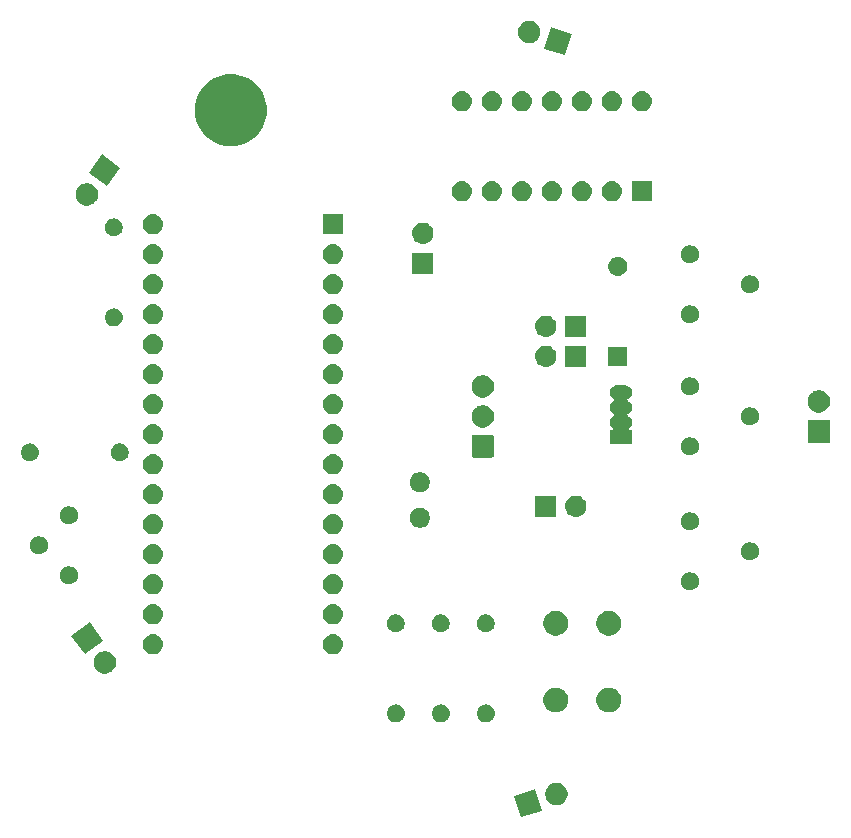
<source format=gbr>
G04 #@! TF.GenerationSoftware,KiCad,Pcbnew,(5.1.4)-1*
G04 #@! TF.CreationDate,2022-06-01T15:16:57+01:00*
G04 #@! TF.ProjectId,Swarm-B,53776172-6d2d-4422-9e6b-696361645f70,rev?*
G04 #@! TF.SameCoordinates,Original*
G04 #@! TF.FileFunction,Soldermask,Bot*
G04 #@! TF.FilePolarity,Negative*
%FSLAX46Y46*%
G04 Gerber Fmt 4.6, Leading zero omitted, Abs format (unit mm)*
G04 Created by KiCad (PCBNEW (5.1.4)-1) date 2022-06-01 15:16:57*
%MOMM*%
%LPD*%
G04 APERTURE LIST*
%ADD10C,0.100000*%
G04 APERTURE END LIST*
D10*
G36*
X129214330Y-127610580D02*
G01*
X127405420Y-128198330D01*
X126817670Y-126389420D01*
X128626580Y-125801670D01*
X129214330Y-127610580D01*
X129214330Y-127610580D01*
G37*
G36*
X130709079Y-125300643D02*
G01*
X130882150Y-125372331D01*
X130882151Y-125372332D01*
X131037911Y-125476407D01*
X131170374Y-125608870D01*
X131170375Y-125608872D01*
X131274450Y-125764631D01*
X131346138Y-125937702D01*
X131382684Y-126121430D01*
X131382684Y-126308764D01*
X131346138Y-126492492D01*
X131274450Y-126665563D01*
X131274449Y-126665564D01*
X131170374Y-126821324D01*
X131037911Y-126953787D01*
X130959502Y-127006178D01*
X130882150Y-127057863D01*
X130709079Y-127129551D01*
X130525351Y-127166097D01*
X130338017Y-127166097D01*
X130154289Y-127129551D01*
X129981218Y-127057863D01*
X129903866Y-127006178D01*
X129825457Y-126953787D01*
X129692994Y-126821324D01*
X129588919Y-126665564D01*
X129588918Y-126665563D01*
X129517230Y-126492492D01*
X129480684Y-126308764D01*
X129480684Y-126121430D01*
X129517230Y-125937702D01*
X129588918Y-125764631D01*
X129692993Y-125608872D01*
X129692994Y-125608870D01*
X129825457Y-125476407D01*
X129981217Y-125372332D01*
X129981218Y-125372331D01*
X130154289Y-125300643D01*
X130338017Y-125264097D01*
X130525351Y-125264097D01*
X130709079Y-125300643D01*
X130709079Y-125300643D01*
G37*
G36*
X124533665Y-118632622D02*
G01*
X124607222Y-118639867D01*
X124748786Y-118682810D01*
X124879252Y-118752546D01*
X124909040Y-118776992D01*
X124993607Y-118846393D01*
X125062198Y-118929973D01*
X125087454Y-118960748D01*
X125157190Y-119091214D01*
X125200133Y-119232778D01*
X125214633Y-119380000D01*
X125200133Y-119527222D01*
X125157190Y-119668786D01*
X125087454Y-119799252D01*
X125063008Y-119829040D01*
X124993607Y-119913607D01*
X124909040Y-119983008D01*
X124879252Y-120007454D01*
X124748786Y-120077190D01*
X124607222Y-120120133D01*
X124533665Y-120127378D01*
X124496888Y-120131000D01*
X124423112Y-120131000D01*
X124386335Y-120127378D01*
X124312778Y-120120133D01*
X124171214Y-120077190D01*
X124040748Y-120007454D01*
X124010960Y-119983008D01*
X123926393Y-119913607D01*
X123856992Y-119829040D01*
X123832546Y-119799252D01*
X123762810Y-119668786D01*
X123719867Y-119527222D01*
X123705367Y-119380000D01*
X123719867Y-119232778D01*
X123762810Y-119091214D01*
X123832546Y-118960748D01*
X123857802Y-118929973D01*
X123926393Y-118846393D01*
X124010960Y-118776992D01*
X124040748Y-118752546D01*
X124171214Y-118682810D01*
X124312778Y-118639867D01*
X124386335Y-118632622D01*
X124423112Y-118629000D01*
X124496888Y-118629000D01*
X124533665Y-118632622D01*
X124533665Y-118632622D01*
G37*
G36*
X116913665Y-118632622D02*
G01*
X116987222Y-118639867D01*
X117128786Y-118682810D01*
X117259252Y-118752546D01*
X117289040Y-118776992D01*
X117373607Y-118846393D01*
X117442198Y-118929973D01*
X117467454Y-118960748D01*
X117537190Y-119091214D01*
X117580133Y-119232778D01*
X117594633Y-119380000D01*
X117580133Y-119527222D01*
X117537190Y-119668786D01*
X117467454Y-119799252D01*
X117443008Y-119829040D01*
X117373607Y-119913607D01*
X117289040Y-119983008D01*
X117259252Y-120007454D01*
X117128786Y-120077190D01*
X116987222Y-120120133D01*
X116913665Y-120127378D01*
X116876888Y-120131000D01*
X116803112Y-120131000D01*
X116766335Y-120127378D01*
X116692778Y-120120133D01*
X116551214Y-120077190D01*
X116420748Y-120007454D01*
X116390960Y-119983008D01*
X116306393Y-119913607D01*
X116236992Y-119829040D01*
X116212546Y-119799252D01*
X116142810Y-119668786D01*
X116099867Y-119527222D01*
X116085367Y-119380000D01*
X116099867Y-119232778D01*
X116142810Y-119091214D01*
X116212546Y-118960748D01*
X116237802Y-118929973D01*
X116306393Y-118846393D01*
X116390960Y-118776992D01*
X116420748Y-118752546D01*
X116551214Y-118682810D01*
X116692778Y-118639867D01*
X116766335Y-118632622D01*
X116803112Y-118629000D01*
X116876888Y-118629000D01*
X116913665Y-118632622D01*
X116913665Y-118632622D01*
G37*
G36*
X120723665Y-118632622D02*
G01*
X120797222Y-118639867D01*
X120938786Y-118682810D01*
X121069252Y-118752546D01*
X121099040Y-118776992D01*
X121183607Y-118846393D01*
X121252198Y-118929973D01*
X121277454Y-118960748D01*
X121347190Y-119091214D01*
X121390133Y-119232778D01*
X121404633Y-119380000D01*
X121390133Y-119527222D01*
X121347190Y-119668786D01*
X121277454Y-119799252D01*
X121253008Y-119829040D01*
X121183607Y-119913607D01*
X121099040Y-119983008D01*
X121069252Y-120007454D01*
X120938786Y-120077190D01*
X120797222Y-120120133D01*
X120723665Y-120127378D01*
X120686888Y-120131000D01*
X120613112Y-120131000D01*
X120576335Y-120127378D01*
X120502778Y-120120133D01*
X120361214Y-120077190D01*
X120230748Y-120007454D01*
X120200960Y-119983008D01*
X120116393Y-119913607D01*
X120046992Y-119829040D01*
X120022546Y-119799252D01*
X119952810Y-119668786D01*
X119909867Y-119527222D01*
X119895367Y-119380000D01*
X119909867Y-119232778D01*
X119952810Y-119091214D01*
X120022546Y-118960748D01*
X120047802Y-118929973D01*
X120116393Y-118846393D01*
X120200960Y-118776992D01*
X120230748Y-118752546D01*
X120361214Y-118682810D01*
X120502778Y-118639867D01*
X120576335Y-118632622D01*
X120613112Y-118629000D01*
X120686888Y-118629000D01*
X120723665Y-118632622D01*
X120723665Y-118632622D01*
G37*
G36*
X135180564Y-117249389D02*
G01*
X135371833Y-117328615D01*
X135371835Y-117328616D01*
X135543973Y-117443635D01*
X135690365Y-117590027D01*
X135805385Y-117762167D01*
X135884611Y-117953436D01*
X135925000Y-118156484D01*
X135925000Y-118363516D01*
X135884611Y-118566564D01*
X135858749Y-118629000D01*
X135805384Y-118757835D01*
X135690365Y-118929973D01*
X135543973Y-119076365D01*
X135371835Y-119191384D01*
X135371834Y-119191385D01*
X135371833Y-119191385D01*
X135180564Y-119270611D01*
X134977516Y-119311000D01*
X134770484Y-119311000D01*
X134567436Y-119270611D01*
X134376167Y-119191385D01*
X134376166Y-119191385D01*
X134376165Y-119191384D01*
X134204027Y-119076365D01*
X134057635Y-118929973D01*
X133942616Y-118757835D01*
X133889251Y-118629000D01*
X133863389Y-118566564D01*
X133823000Y-118363516D01*
X133823000Y-118156484D01*
X133863389Y-117953436D01*
X133942615Y-117762167D01*
X134057635Y-117590027D01*
X134204027Y-117443635D01*
X134376165Y-117328616D01*
X134376167Y-117328615D01*
X134567436Y-117249389D01*
X134770484Y-117209000D01*
X134977516Y-117209000D01*
X135180564Y-117249389D01*
X135180564Y-117249389D01*
G37*
G36*
X130680564Y-117249389D02*
G01*
X130871833Y-117328615D01*
X130871835Y-117328616D01*
X131043973Y-117443635D01*
X131190365Y-117590027D01*
X131305385Y-117762167D01*
X131384611Y-117953436D01*
X131425000Y-118156484D01*
X131425000Y-118363516D01*
X131384611Y-118566564D01*
X131358749Y-118629000D01*
X131305384Y-118757835D01*
X131190365Y-118929973D01*
X131043973Y-119076365D01*
X130871835Y-119191384D01*
X130871834Y-119191385D01*
X130871833Y-119191385D01*
X130680564Y-119270611D01*
X130477516Y-119311000D01*
X130270484Y-119311000D01*
X130067436Y-119270611D01*
X129876167Y-119191385D01*
X129876166Y-119191385D01*
X129876165Y-119191384D01*
X129704027Y-119076365D01*
X129557635Y-118929973D01*
X129442616Y-118757835D01*
X129389251Y-118629000D01*
X129363389Y-118566564D01*
X129323000Y-118363516D01*
X129323000Y-118156484D01*
X129363389Y-117953436D01*
X129442615Y-117762167D01*
X129557635Y-117590027D01*
X129704027Y-117443635D01*
X129876165Y-117328616D01*
X129876167Y-117328615D01*
X130067436Y-117249389D01*
X130270484Y-117209000D01*
X130477516Y-117209000D01*
X130680564Y-117249389D01*
X130680564Y-117249389D01*
G37*
G36*
X92479395Y-114147546D02*
G01*
X92652466Y-114219234D01*
X92652467Y-114219235D01*
X92808227Y-114323310D01*
X92940690Y-114455773D01*
X92940691Y-114455775D01*
X93044766Y-114611534D01*
X93116454Y-114784605D01*
X93153000Y-114968333D01*
X93153000Y-115155667D01*
X93116454Y-115339395D01*
X93044766Y-115512466D01*
X93044765Y-115512467D01*
X92940690Y-115668227D01*
X92808227Y-115800690D01*
X92729818Y-115853081D01*
X92652466Y-115904766D01*
X92479395Y-115976454D01*
X92295667Y-116013000D01*
X92108333Y-116013000D01*
X91924605Y-115976454D01*
X91751534Y-115904766D01*
X91674182Y-115853081D01*
X91595773Y-115800690D01*
X91463310Y-115668227D01*
X91359235Y-115512467D01*
X91359234Y-115512466D01*
X91287546Y-115339395D01*
X91251000Y-115155667D01*
X91251000Y-114968333D01*
X91287546Y-114784605D01*
X91359234Y-114611534D01*
X91463309Y-114455775D01*
X91463310Y-114455773D01*
X91595773Y-114323310D01*
X91751533Y-114219235D01*
X91751534Y-114219234D01*
X91924605Y-114147546D01*
X92108333Y-114111000D01*
X92295667Y-114111000D01*
X92479395Y-114147546D01*
X92479395Y-114147546D01*
G37*
G36*
X96432823Y-112699313D02*
G01*
X96593242Y-112747976D01*
X96684409Y-112796706D01*
X96741078Y-112826996D01*
X96870659Y-112933341D01*
X96977004Y-113062922D01*
X96977005Y-113062924D01*
X97056024Y-113210758D01*
X97104687Y-113371177D01*
X97121117Y-113538000D01*
X97104687Y-113704823D01*
X97056024Y-113865242D01*
X96985114Y-113997906D01*
X96977004Y-114013078D01*
X96870659Y-114142659D01*
X96741078Y-114249004D01*
X96741076Y-114249005D01*
X96593242Y-114328024D01*
X96432823Y-114376687D01*
X96307804Y-114389000D01*
X96224196Y-114389000D01*
X96099177Y-114376687D01*
X95938758Y-114328024D01*
X95790924Y-114249005D01*
X95790922Y-114249004D01*
X95661341Y-114142659D01*
X95554996Y-114013078D01*
X95546886Y-113997906D01*
X95475976Y-113865242D01*
X95427313Y-113704823D01*
X95410883Y-113538000D01*
X95427313Y-113371177D01*
X95475976Y-113210758D01*
X95554995Y-113062924D01*
X95554996Y-113062922D01*
X95661341Y-112933341D01*
X95790922Y-112826996D01*
X95847591Y-112796706D01*
X95938758Y-112747976D01*
X96099177Y-112699313D01*
X96224196Y-112687000D01*
X96307804Y-112687000D01*
X96432823Y-112699313D01*
X96432823Y-112699313D01*
G37*
G36*
X111672823Y-112699313D02*
G01*
X111833242Y-112747976D01*
X111924409Y-112796706D01*
X111981078Y-112826996D01*
X112110659Y-112933341D01*
X112217004Y-113062922D01*
X112217005Y-113062924D01*
X112296024Y-113210758D01*
X112344687Y-113371177D01*
X112361117Y-113538000D01*
X112344687Y-113704823D01*
X112296024Y-113865242D01*
X112225114Y-113997906D01*
X112217004Y-114013078D01*
X112110659Y-114142659D01*
X111981078Y-114249004D01*
X111981076Y-114249005D01*
X111833242Y-114328024D01*
X111672823Y-114376687D01*
X111547804Y-114389000D01*
X111464196Y-114389000D01*
X111339177Y-114376687D01*
X111178758Y-114328024D01*
X111030924Y-114249005D01*
X111030922Y-114249004D01*
X110901341Y-114142659D01*
X110794996Y-114013078D01*
X110786886Y-113997906D01*
X110715976Y-113865242D01*
X110667313Y-113704823D01*
X110650883Y-113538000D01*
X110667313Y-113371177D01*
X110715976Y-113210758D01*
X110794995Y-113062924D01*
X110794996Y-113062922D01*
X110901341Y-112933341D01*
X111030922Y-112826996D01*
X111087591Y-112796706D01*
X111178758Y-112747976D01*
X111339177Y-112699313D01*
X111464196Y-112687000D01*
X111547804Y-112687000D01*
X111672823Y-112699313D01*
X111672823Y-112699313D01*
G37*
G36*
X92037384Y-113217488D02*
G01*
X90498634Y-114335456D01*
X89380666Y-112796706D01*
X90919416Y-111678738D01*
X92037384Y-113217488D01*
X92037384Y-113217488D01*
G37*
G36*
X130680564Y-110749389D02*
G01*
X130871833Y-110828615D01*
X130871835Y-110828616D01*
X131043973Y-110943635D01*
X131190365Y-111090027D01*
X131305385Y-111262167D01*
X131384611Y-111453436D01*
X131425000Y-111656484D01*
X131425000Y-111863516D01*
X131384611Y-112066564D01*
X131305385Y-112257833D01*
X131305384Y-112257835D01*
X131190365Y-112429973D01*
X131043973Y-112576365D01*
X130871835Y-112691384D01*
X130871834Y-112691385D01*
X130871833Y-112691385D01*
X130680564Y-112770611D01*
X130477516Y-112811000D01*
X130270484Y-112811000D01*
X130067436Y-112770611D01*
X129876167Y-112691385D01*
X129876166Y-112691385D01*
X129876165Y-112691384D01*
X129704027Y-112576365D01*
X129557635Y-112429973D01*
X129442616Y-112257835D01*
X129442615Y-112257833D01*
X129363389Y-112066564D01*
X129323000Y-111863516D01*
X129323000Y-111656484D01*
X129363389Y-111453436D01*
X129442615Y-111262167D01*
X129557635Y-111090027D01*
X129704027Y-110943635D01*
X129876165Y-110828616D01*
X129876167Y-110828615D01*
X130067436Y-110749389D01*
X130270484Y-110709000D01*
X130477516Y-110709000D01*
X130680564Y-110749389D01*
X130680564Y-110749389D01*
G37*
G36*
X135180564Y-110749389D02*
G01*
X135371833Y-110828615D01*
X135371835Y-110828616D01*
X135543973Y-110943635D01*
X135690365Y-111090027D01*
X135805385Y-111262167D01*
X135884611Y-111453436D01*
X135925000Y-111656484D01*
X135925000Y-111863516D01*
X135884611Y-112066564D01*
X135805385Y-112257833D01*
X135805384Y-112257835D01*
X135690365Y-112429973D01*
X135543973Y-112576365D01*
X135371835Y-112691384D01*
X135371834Y-112691385D01*
X135371833Y-112691385D01*
X135180564Y-112770611D01*
X134977516Y-112811000D01*
X134770484Y-112811000D01*
X134567436Y-112770611D01*
X134376167Y-112691385D01*
X134376166Y-112691385D01*
X134376165Y-112691384D01*
X134204027Y-112576365D01*
X134057635Y-112429973D01*
X133942616Y-112257835D01*
X133942615Y-112257833D01*
X133863389Y-112066564D01*
X133823000Y-111863516D01*
X133823000Y-111656484D01*
X133863389Y-111453436D01*
X133942615Y-111262167D01*
X134057635Y-111090027D01*
X134204027Y-110943635D01*
X134376165Y-110828616D01*
X134376167Y-110828615D01*
X134567436Y-110749389D01*
X134770484Y-110709000D01*
X134977516Y-110709000D01*
X135180564Y-110749389D01*
X135180564Y-110749389D01*
G37*
G36*
X117059059Y-111037860D02*
G01*
X117195732Y-111094472D01*
X117318735Y-111176660D01*
X117423340Y-111281265D01*
X117505528Y-111404268D01*
X117505529Y-111404270D01*
X117562140Y-111540941D01*
X117591000Y-111686032D01*
X117591000Y-111833968D01*
X117562140Y-111979059D01*
X117505528Y-112115732D01*
X117423340Y-112238735D01*
X117318735Y-112343340D01*
X117195732Y-112425528D01*
X117195731Y-112425529D01*
X117195730Y-112425529D01*
X117059059Y-112482140D01*
X116913968Y-112511000D01*
X116766032Y-112511000D01*
X116620941Y-112482140D01*
X116484270Y-112425529D01*
X116484269Y-112425529D01*
X116484268Y-112425528D01*
X116361265Y-112343340D01*
X116256660Y-112238735D01*
X116174472Y-112115732D01*
X116117860Y-111979059D01*
X116089000Y-111833968D01*
X116089000Y-111686032D01*
X116117860Y-111540941D01*
X116174471Y-111404270D01*
X116174472Y-111404268D01*
X116256660Y-111281265D01*
X116361265Y-111176660D01*
X116484268Y-111094472D01*
X116620941Y-111037860D01*
X116766032Y-111009000D01*
X116913968Y-111009000D01*
X117059059Y-111037860D01*
X117059059Y-111037860D01*
G37*
G36*
X124679059Y-111037860D02*
G01*
X124815732Y-111094472D01*
X124938735Y-111176660D01*
X125043340Y-111281265D01*
X125125528Y-111404268D01*
X125125529Y-111404270D01*
X125182140Y-111540941D01*
X125211000Y-111686032D01*
X125211000Y-111833968D01*
X125182140Y-111979059D01*
X125125528Y-112115732D01*
X125043340Y-112238735D01*
X124938735Y-112343340D01*
X124815732Y-112425528D01*
X124815731Y-112425529D01*
X124815730Y-112425529D01*
X124679059Y-112482140D01*
X124533968Y-112511000D01*
X124386032Y-112511000D01*
X124240941Y-112482140D01*
X124104270Y-112425529D01*
X124104269Y-112425529D01*
X124104268Y-112425528D01*
X123981265Y-112343340D01*
X123876660Y-112238735D01*
X123794472Y-112115732D01*
X123737860Y-111979059D01*
X123709000Y-111833968D01*
X123709000Y-111686032D01*
X123737860Y-111540941D01*
X123794471Y-111404270D01*
X123794472Y-111404268D01*
X123876660Y-111281265D01*
X123981265Y-111176660D01*
X124104268Y-111094472D01*
X124240941Y-111037860D01*
X124386032Y-111009000D01*
X124533968Y-111009000D01*
X124679059Y-111037860D01*
X124679059Y-111037860D01*
G37*
G36*
X120869059Y-111037860D02*
G01*
X121005732Y-111094472D01*
X121128735Y-111176660D01*
X121233340Y-111281265D01*
X121315528Y-111404268D01*
X121315529Y-111404270D01*
X121372140Y-111540941D01*
X121401000Y-111686032D01*
X121401000Y-111833968D01*
X121372140Y-111979059D01*
X121315528Y-112115732D01*
X121233340Y-112238735D01*
X121128735Y-112343340D01*
X121005732Y-112425528D01*
X121005731Y-112425529D01*
X121005730Y-112425529D01*
X120869059Y-112482140D01*
X120723968Y-112511000D01*
X120576032Y-112511000D01*
X120430941Y-112482140D01*
X120294270Y-112425529D01*
X120294269Y-112425529D01*
X120294268Y-112425528D01*
X120171265Y-112343340D01*
X120066660Y-112238735D01*
X119984472Y-112115732D01*
X119927860Y-111979059D01*
X119899000Y-111833968D01*
X119899000Y-111686032D01*
X119927860Y-111540941D01*
X119984471Y-111404270D01*
X119984472Y-111404268D01*
X120066660Y-111281265D01*
X120171265Y-111176660D01*
X120294268Y-111094472D01*
X120430941Y-111037860D01*
X120576032Y-111009000D01*
X120723968Y-111009000D01*
X120869059Y-111037860D01*
X120869059Y-111037860D01*
G37*
G36*
X111672823Y-110159313D02*
G01*
X111833242Y-110207976D01*
X111965906Y-110278886D01*
X111981078Y-110286996D01*
X112110659Y-110393341D01*
X112217004Y-110522922D01*
X112217005Y-110522924D01*
X112296024Y-110670758D01*
X112344687Y-110831177D01*
X112361117Y-110998000D01*
X112344687Y-111164823D01*
X112296024Y-111325242D01*
X112227503Y-111453435D01*
X112217004Y-111473078D01*
X112110659Y-111602659D01*
X111981078Y-111709004D01*
X111981076Y-111709005D01*
X111833242Y-111788024D01*
X111672823Y-111836687D01*
X111547804Y-111849000D01*
X111464196Y-111849000D01*
X111339177Y-111836687D01*
X111178758Y-111788024D01*
X111030924Y-111709005D01*
X111030922Y-111709004D01*
X110901341Y-111602659D01*
X110794996Y-111473078D01*
X110784497Y-111453435D01*
X110715976Y-111325242D01*
X110667313Y-111164823D01*
X110650883Y-110998000D01*
X110667313Y-110831177D01*
X110715976Y-110670758D01*
X110794995Y-110522924D01*
X110794996Y-110522922D01*
X110901341Y-110393341D01*
X111030922Y-110286996D01*
X111046094Y-110278886D01*
X111178758Y-110207976D01*
X111339177Y-110159313D01*
X111464196Y-110147000D01*
X111547804Y-110147000D01*
X111672823Y-110159313D01*
X111672823Y-110159313D01*
G37*
G36*
X96432823Y-110159313D02*
G01*
X96593242Y-110207976D01*
X96725906Y-110278886D01*
X96741078Y-110286996D01*
X96870659Y-110393341D01*
X96977004Y-110522922D01*
X96977005Y-110522924D01*
X97056024Y-110670758D01*
X97104687Y-110831177D01*
X97121117Y-110998000D01*
X97104687Y-111164823D01*
X97056024Y-111325242D01*
X96987503Y-111453435D01*
X96977004Y-111473078D01*
X96870659Y-111602659D01*
X96741078Y-111709004D01*
X96741076Y-111709005D01*
X96593242Y-111788024D01*
X96432823Y-111836687D01*
X96307804Y-111849000D01*
X96224196Y-111849000D01*
X96099177Y-111836687D01*
X95938758Y-111788024D01*
X95790924Y-111709005D01*
X95790922Y-111709004D01*
X95661341Y-111602659D01*
X95554996Y-111473078D01*
X95544497Y-111453435D01*
X95475976Y-111325242D01*
X95427313Y-111164823D01*
X95410883Y-110998000D01*
X95427313Y-110831177D01*
X95475976Y-110670758D01*
X95554995Y-110522924D01*
X95554996Y-110522922D01*
X95661341Y-110393341D01*
X95790922Y-110286996D01*
X95806094Y-110278886D01*
X95938758Y-110207976D01*
X96099177Y-110159313D01*
X96224196Y-110147000D01*
X96307804Y-110147000D01*
X96432823Y-110159313D01*
X96432823Y-110159313D01*
G37*
G36*
X111672823Y-107619313D02*
G01*
X111833242Y-107667976D01*
X111916570Y-107712516D01*
X111981078Y-107746996D01*
X112110659Y-107853341D01*
X112217004Y-107982922D01*
X112217005Y-107982924D01*
X112296024Y-108130758D01*
X112344687Y-108291177D01*
X112361117Y-108458000D01*
X112344687Y-108624823D01*
X112296024Y-108785242D01*
X112241498Y-108887252D01*
X112217004Y-108933078D01*
X112110659Y-109062659D01*
X111981078Y-109169004D01*
X111981076Y-109169005D01*
X111833242Y-109248024D01*
X111672823Y-109296687D01*
X111547804Y-109309000D01*
X111464196Y-109309000D01*
X111339177Y-109296687D01*
X111178758Y-109248024D01*
X111030924Y-109169005D01*
X111030922Y-109169004D01*
X110901341Y-109062659D01*
X110794996Y-108933078D01*
X110770502Y-108887252D01*
X110715976Y-108785242D01*
X110667313Y-108624823D01*
X110650883Y-108458000D01*
X110667313Y-108291177D01*
X110715976Y-108130758D01*
X110794995Y-107982924D01*
X110794996Y-107982922D01*
X110901341Y-107853341D01*
X111030922Y-107746996D01*
X111095430Y-107712516D01*
X111178758Y-107667976D01*
X111339177Y-107619313D01*
X111464196Y-107607000D01*
X111547804Y-107607000D01*
X111672823Y-107619313D01*
X111672823Y-107619313D01*
G37*
G36*
X96432823Y-107619313D02*
G01*
X96593242Y-107667976D01*
X96676570Y-107712516D01*
X96741078Y-107746996D01*
X96870659Y-107853341D01*
X96977004Y-107982922D01*
X96977005Y-107982924D01*
X97056024Y-108130758D01*
X97104687Y-108291177D01*
X97121117Y-108458000D01*
X97104687Y-108624823D01*
X97056024Y-108785242D01*
X97001498Y-108887252D01*
X96977004Y-108933078D01*
X96870659Y-109062659D01*
X96741078Y-109169004D01*
X96741076Y-109169005D01*
X96593242Y-109248024D01*
X96432823Y-109296687D01*
X96307804Y-109309000D01*
X96224196Y-109309000D01*
X96099177Y-109296687D01*
X95938758Y-109248024D01*
X95790924Y-109169005D01*
X95790922Y-109169004D01*
X95661341Y-109062659D01*
X95554996Y-108933078D01*
X95530502Y-108887252D01*
X95475976Y-108785242D01*
X95427313Y-108624823D01*
X95410883Y-108458000D01*
X95427313Y-108291177D01*
X95475976Y-108130758D01*
X95554995Y-107982924D01*
X95554996Y-107982922D01*
X95661341Y-107853341D01*
X95790922Y-107746996D01*
X95855430Y-107712516D01*
X95938758Y-107667976D01*
X96099177Y-107619313D01*
X96224196Y-107607000D01*
X96307804Y-107607000D01*
X96432823Y-107619313D01*
X96432823Y-107619313D01*
G37*
G36*
X141857589Y-107442876D02*
G01*
X141956893Y-107462629D01*
X142097206Y-107520748D01*
X142223484Y-107605125D01*
X142330875Y-107712516D01*
X142415252Y-107838794D01*
X142473371Y-107979107D01*
X142503000Y-108128063D01*
X142503000Y-108279937D01*
X142473371Y-108428893D01*
X142415252Y-108569206D01*
X142330875Y-108695484D01*
X142223484Y-108802875D01*
X142097206Y-108887252D01*
X141956893Y-108945371D01*
X141857589Y-108965124D01*
X141807938Y-108975000D01*
X141656062Y-108975000D01*
X141606411Y-108965124D01*
X141507107Y-108945371D01*
X141366794Y-108887252D01*
X141240516Y-108802875D01*
X141133125Y-108695484D01*
X141048748Y-108569206D01*
X140990629Y-108428893D01*
X140961000Y-108279937D01*
X140961000Y-108128063D01*
X140990629Y-107979107D01*
X141048748Y-107838794D01*
X141133125Y-107712516D01*
X141240516Y-107605125D01*
X141366794Y-107520748D01*
X141507107Y-107462629D01*
X141606411Y-107442876D01*
X141656062Y-107433000D01*
X141807938Y-107433000D01*
X141857589Y-107442876D01*
X141857589Y-107442876D01*
G37*
G36*
X89279589Y-106934876D02*
G01*
X89378893Y-106954629D01*
X89519206Y-107012748D01*
X89645484Y-107097125D01*
X89752875Y-107204516D01*
X89837252Y-107330794D01*
X89895371Y-107471107D01*
X89925000Y-107620063D01*
X89925000Y-107771937D01*
X89895371Y-107920893D01*
X89837252Y-108061206D01*
X89752875Y-108187484D01*
X89645484Y-108294875D01*
X89519206Y-108379252D01*
X89378893Y-108437371D01*
X89279589Y-108457124D01*
X89229938Y-108467000D01*
X89078062Y-108467000D01*
X89028411Y-108457124D01*
X88929107Y-108437371D01*
X88788794Y-108379252D01*
X88662516Y-108294875D01*
X88555125Y-108187484D01*
X88470748Y-108061206D01*
X88412629Y-107920893D01*
X88383000Y-107771937D01*
X88383000Y-107620063D01*
X88412629Y-107471107D01*
X88470748Y-107330794D01*
X88555125Y-107204516D01*
X88662516Y-107097125D01*
X88788794Y-107012748D01*
X88929107Y-106954629D01*
X89028411Y-106934876D01*
X89078062Y-106925000D01*
X89229938Y-106925000D01*
X89279589Y-106934876D01*
X89279589Y-106934876D01*
G37*
G36*
X96432823Y-105079313D02*
G01*
X96593242Y-105127976D01*
X96676570Y-105172516D01*
X96741078Y-105206996D01*
X96870659Y-105313341D01*
X96977004Y-105442922D01*
X96977005Y-105442924D01*
X97056024Y-105590758D01*
X97104687Y-105751177D01*
X97121117Y-105918000D01*
X97104687Y-106084823D01*
X97056024Y-106245242D01*
X97001498Y-106347252D01*
X96977004Y-106393078D01*
X96870659Y-106522659D01*
X96741078Y-106629004D01*
X96741076Y-106629005D01*
X96593242Y-106708024D01*
X96432823Y-106756687D01*
X96307804Y-106769000D01*
X96224196Y-106769000D01*
X96099177Y-106756687D01*
X95938758Y-106708024D01*
X95790924Y-106629005D01*
X95790922Y-106629004D01*
X95661341Y-106522659D01*
X95554996Y-106393078D01*
X95530502Y-106347252D01*
X95475976Y-106245242D01*
X95427313Y-106084823D01*
X95410883Y-105918000D01*
X95427313Y-105751177D01*
X95475976Y-105590758D01*
X95554995Y-105442924D01*
X95554996Y-105442922D01*
X95661341Y-105313341D01*
X95790922Y-105206996D01*
X95855430Y-105172516D01*
X95938758Y-105127976D01*
X96099177Y-105079313D01*
X96224196Y-105067000D01*
X96307804Y-105067000D01*
X96432823Y-105079313D01*
X96432823Y-105079313D01*
G37*
G36*
X111672823Y-105079313D02*
G01*
X111833242Y-105127976D01*
X111916570Y-105172516D01*
X111981078Y-105206996D01*
X112110659Y-105313341D01*
X112217004Y-105442922D01*
X112217005Y-105442924D01*
X112296024Y-105590758D01*
X112344687Y-105751177D01*
X112361117Y-105918000D01*
X112344687Y-106084823D01*
X112296024Y-106245242D01*
X112241498Y-106347252D01*
X112217004Y-106393078D01*
X112110659Y-106522659D01*
X111981078Y-106629004D01*
X111981076Y-106629005D01*
X111833242Y-106708024D01*
X111672823Y-106756687D01*
X111547804Y-106769000D01*
X111464196Y-106769000D01*
X111339177Y-106756687D01*
X111178758Y-106708024D01*
X111030924Y-106629005D01*
X111030922Y-106629004D01*
X110901341Y-106522659D01*
X110794996Y-106393078D01*
X110770502Y-106347252D01*
X110715976Y-106245242D01*
X110667313Y-106084823D01*
X110650883Y-105918000D01*
X110667313Y-105751177D01*
X110715976Y-105590758D01*
X110794995Y-105442924D01*
X110794996Y-105442922D01*
X110901341Y-105313341D01*
X111030922Y-105206996D01*
X111095430Y-105172516D01*
X111178758Y-105127976D01*
X111339177Y-105079313D01*
X111464196Y-105067000D01*
X111547804Y-105067000D01*
X111672823Y-105079313D01*
X111672823Y-105079313D01*
G37*
G36*
X146937589Y-104902876D02*
G01*
X147036893Y-104922629D01*
X147177206Y-104980748D01*
X147303484Y-105065125D01*
X147410875Y-105172516D01*
X147495252Y-105298794D01*
X147553371Y-105439107D01*
X147583000Y-105588063D01*
X147583000Y-105739937D01*
X147553371Y-105888893D01*
X147495252Y-106029206D01*
X147410875Y-106155484D01*
X147303484Y-106262875D01*
X147177206Y-106347252D01*
X147036893Y-106405371D01*
X146937589Y-106425124D01*
X146887938Y-106435000D01*
X146736062Y-106435000D01*
X146686411Y-106425124D01*
X146587107Y-106405371D01*
X146446794Y-106347252D01*
X146320516Y-106262875D01*
X146213125Y-106155484D01*
X146128748Y-106029206D01*
X146070629Y-105888893D01*
X146041000Y-105739937D01*
X146041000Y-105588063D01*
X146070629Y-105439107D01*
X146128748Y-105298794D01*
X146213125Y-105172516D01*
X146320516Y-105065125D01*
X146446794Y-104980748D01*
X146587107Y-104922629D01*
X146686411Y-104902876D01*
X146736062Y-104893000D01*
X146887938Y-104893000D01*
X146937589Y-104902876D01*
X146937589Y-104902876D01*
G37*
G36*
X86739589Y-104394876D02*
G01*
X86838893Y-104414629D01*
X86979206Y-104472748D01*
X87105484Y-104557125D01*
X87212875Y-104664516D01*
X87297252Y-104790794D01*
X87355371Y-104931107D01*
X87385000Y-105080063D01*
X87385000Y-105231937D01*
X87355371Y-105380893D01*
X87297252Y-105521206D01*
X87212875Y-105647484D01*
X87105484Y-105754875D01*
X86979206Y-105839252D01*
X86838893Y-105897371D01*
X86739589Y-105917124D01*
X86689938Y-105927000D01*
X86538062Y-105927000D01*
X86488411Y-105917124D01*
X86389107Y-105897371D01*
X86248794Y-105839252D01*
X86122516Y-105754875D01*
X86015125Y-105647484D01*
X85930748Y-105521206D01*
X85872629Y-105380893D01*
X85843000Y-105231937D01*
X85843000Y-105080063D01*
X85872629Y-104931107D01*
X85930748Y-104790794D01*
X86015125Y-104664516D01*
X86122516Y-104557125D01*
X86248794Y-104472748D01*
X86389107Y-104414629D01*
X86488411Y-104394876D01*
X86538062Y-104385000D01*
X86689938Y-104385000D01*
X86739589Y-104394876D01*
X86739589Y-104394876D01*
G37*
G36*
X111672823Y-102539313D02*
G01*
X111833242Y-102587976D01*
X111916570Y-102632516D01*
X111981078Y-102666996D01*
X112110659Y-102773341D01*
X112217004Y-102902922D01*
X112217005Y-102902924D01*
X112296024Y-103050758D01*
X112344687Y-103211177D01*
X112361117Y-103378000D01*
X112344687Y-103544823D01*
X112296024Y-103705242D01*
X112241498Y-103807252D01*
X112217004Y-103853078D01*
X112110659Y-103982659D01*
X111981078Y-104089004D01*
X111981076Y-104089005D01*
X111833242Y-104168024D01*
X111672823Y-104216687D01*
X111547804Y-104229000D01*
X111464196Y-104229000D01*
X111339177Y-104216687D01*
X111178758Y-104168024D01*
X111030924Y-104089005D01*
X111030922Y-104089004D01*
X110901341Y-103982659D01*
X110794996Y-103853078D01*
X110770502Y-103807252D01*
X110715976Y-103705242D01*
X110667313Y-103544823D01*
X110650883Y-103378000D01*
X110667313Y-103211177D01*
X110715976Y-103050758D01*
X110794995Y-102902924D01*
X110794996Y-102902922D01*
X110901341Y-102773341D01*
X111030922Y-102666996D01*
X111095430Y-102632516D01*
X111178758Y-102587976D01*
X111339177Y-102539313D01*
X111464196Y-102527000D01*
X111547804Y-102527000D01*
X111672823Y-102539313D01*
X111672823Y-102539313D01*
G37*
G36*
X96432823Y-102539313D02*
G01*
X96593242Y-102587976D01*
X96676570Y-102632516D01*
X96741078Y-102666996D01*
X96870659Y-102773341D01*
X96977004Y-102902922D01*
X96977005Y-102902924D01*
X97056024Y-103050758D01*
X97104687Y-103211177D01*
X97121117Y-103378000D01*
X97104687Y-103544823D01*
X97056024Y-103705242D01*
X97001498Y-103807252D01*
X96977004Y-103853078D01*
X96870659Y-103982659D01*
X96741078Y-104089004D01*
X96741076Y-104089005D01*
X96593242Y-104168024D01*
X96432823Y-104216687D01*
X96307804Y-104229000D01*
X96224196Y-104229000D01*
X96099177Y-104216687D01*
X95938758Y-104168024D01*
X95790924Y-104089005D01*
X95790922Y-104089004D01*
X95661341Y-103982659D01*
X95554996Y-103853078D01*
X95530502Y-103807252D01*
X95475976Y-103705242D01*
X95427313Y-103544823D01*
X95410883Y-103378000D01*
X95427313Y-103211177D01*
X95475976Y-103050758D01*
X95554995Y-102902924D01*
X95554996Y-102902922D01*
X95661341Y-102773341D01*
X95790922Y-102666996D01*
X95855430Y-102632516D01*
X95938758Y-102587976D01*
X96099177Y-102539313D01*
X96224196Y-102527000D01*
X96307804Y-102527000D01*
X96432823Y-102539313D01*
X96432823Y-102539313D01*
G37*
G36*
X141857589Y-102362876D02*
G01*
X141956893Y-102382629D01*
X142097206Y-102440748D01*
X142223484Y-102525125D01*
X142330875Y-102632516D01*
X142415252Y-102758794D01*
X142473371Y-102899107D01*
X142503000Y-103048063D01*
X142503000Y-103199937D01*
X142473371Y-103348893D01*
X142415252Y-103489206D01*
X142330875Y-103615484D01*
X142223484Y-103722875D01*
X142097206Y-103807252D01*
X141956893Y-103865371D01*
X141857589Y-103885124D01*
X141807938Y-103895000D01*
X141656062Y-103895000D01*
X141606411Y-103885124D01*
X141507107Y-103865371D01*
X141366794Y-103807252D01*
X141240516Y-103722875D01*
X141133125Y-103615484D01*
X141048748Y-103489206D01*
X140990629Y-103348893D01*
X140961000Y-103199937D01*
X140961000Y-103048063D01*
X140990629Y-102899107D01*
X141048748Y-102758794D01*
X141133125Y-102632516D01*
X141240516Y-102525125D01*
X141366794Y-102440748D01*
X141507107Y-102382629D01*
X141606411Y-102362876D01*
X141656062Y-102353000D01*
X141807938Y-102353000D01*
X141857589Y-102362876D01*
X141857589Y-102362876D01*
G37*
G36*
X119120228Y-102003703D02*
G01*
X119275100Y-102067853D01*
X119414481Y-102160985D01*
X119533015Y-102279519D01*
X119626147Y-102418900D01*
X119690297Y-102573772D01*
X119723000Y-102738184D01*
X119723000Y-102905816D01*
X119690297Y-103070228D01*
X119626147Y-103225100D01*
X119533015Y-103364481D01*
X119414481Y-103483015D01*
X119275100Y-103576147D01*
X119120228Y-103640297D01*
X118955816Y-103673000D01*
X118788184Y-103673000D01*
X118623772Y-103640297D01*
X118468900Y-103576147D01*
X118329519Y-103483015D01*
X118210985Y-103364481D01*
X118117853Y-103225100D01*
X118053703Y-103070228D01*
X118021000Y-102905816D01*
X118021000Y-102738184D01*
X118053703Y-102573772D01*
X118117853Y-102418900D01*
X118210985Y-102279519D01*
X118329519Y-102160985D01*
X118468900Y-102067853D01*
X118623772Y-102003703D01*
X118788184Y-101971000D01*
X118955816Y-101971000D01*
X119120228Y-102003703D01*
X119120228Y-102003703D01*
G37*
G36*
X89275183Y-101854000D02*
G01*
X89378893Y-101874629D01*
X89519206Y-101932748D01*
X89645484Y-102017125D01*
X89752875Y-102124516D01*
X89837252Y-102250794D01*
X89895371Y-102391107D01*
X89925000Y-102540063D01*
X89925000Y-102691937D01*
X89895371Y-102840893D01*
X89837252Y-102981206D01*
X89752875Y-103107484D01*
X89645484Y-103214875D01*
X89519206Y-103299252D01*
X89378893Y-103357371D01*
X89279589Y-103377124D01*
X89229938Y-103387000D01*
X89078062Y-103387000D01*
X89028411Y-103377124D01*
X88929107Y-103357371D01*
X88788794Y-103299252D01*
X88662516Y-103214875D01*
X88555125Y-103107484D01*
X88470748Y-102981206D01*
X88412629Y-102840893D01*
X88383000Y-102691937D01*
X88383000Y-102540063D01*
X88412629Y-102391107D01*
X88470748Y-102250794D01*
X88555125Y-102124516D01*
X88662516Y-102017125D01*
X88788794Y-101932748D01*
X88929107Y-101874629D01*
X89032817Y-101854000D01*
X89078062Y-101845000D01*
X89229938Y-101845000D01*
X89275183Y-101854000D01*
X89275183Y-101854000D01*
G37*
G36*
X132190443Y-100959519D02*
G01*
X132256627Y-100966037D01*
X132426466Y-101017557D01*
X132582991Y-101101222D01*
X132618729Y-101130552D01*
X132720186Y-101213814D01*
X132801647Y-101313076D01*
X132832778Y-101351009D01*
X132916443Y-101507534D01*
X132967963Y-101677373D01*
X132985359Y-101854000D01*
X132967963Y-102030627D01*
X132916443Y-102200466D01*
X132832778Y-102356991D01*
X132804778Y-102391109D01*
X132720186Y-102494186D01*
X132623210Y-102573771D01*
X132582991Y-102606778D01*
X132426466Y-102690443D01*
X132256627Y-102741963D01*
X132190442Y-102748482D01*
X132124260Y-102755000D01*
X132035740Y-102755000D01*
X131969557Y-102748481D01*
X131903373Y-102741963D01*
X131733534Y-102690443D01*
X131577009Y-102606778D01*
X131536790Y-102573771D01*
X131439814Y-102494186D01*
X131355222Y-102391109D01*
X131327222Y-102356991D01*
X131243557Y-102200466D01*
X131192037Y-102030627D01*
X131174641Y-101854000D01*
X131192037Y-101677373D01*
X131243557Y-101507534D01*
X131327222Y-101351009D01*
X131358353Y-101313076D01*
X131439814Y-101213814D01*
X131541271Y-101130552D01*
X131577009Y-101101222D01*
X131733534Y-101017557D01*
X131903373Y-100966037D01*
X131969558Y-100959518D01*
X132035740Y-100953000D01*
X132124260Y-100953000D01*
X132190443Y-100959519D01*
X132190443Y-100959519D01*
G37*
G36*
X130441000Y-102755000D02*
G01*
X128639000Y-102755000D01*
X128639000Y-100953000D01*
X130441000Y-100953000D01*
X130441000Y-102755000D01*
X130441000Y-102755000D01*
G37*
G36*
X96432823Y-99999313D02*
G01*
X96593242Y-100047976D01*
X96634874Y-100070229D01*
X96741078Y-100126996D01*
X96870659Y-100233341D01*
X96977004Y-100362922D01*
X96977005Y-100362924D01*
X97056024Y-100510758D01*
X97104687Y-100671177D01*
X97121117Y-100838000D01*
X97104687Y-101004823D01*
X97056024Y-101165242D01*
X97030061Y-101213815D01*
X96977004Y-101313078D01*
X96870659Y-101442659D01*
X96741078Y-101549004D01*
X96741076Y-101549005D01*
X96593242Y-101628024D01*
X96432823Y-101676687D01*
X96307804Y-101689000D01*
X96224196Y-101689000D01*
X96099177Y-101676687D01*
X95938758Y-101628024D01*
X95790924Y-101549005D01*
X95790922Y-101549004D01*
X95661341Y-101442659D01*
X95554996Y-101313078D01*
X95501939Y-101213815D01*
X95475976Y-101165242D01*
X95427313Y-101004823D01*
X95410883Y-100838000D01*
X95427313Y-100671177D01*
X95475976Y-100510758D01*
X95554995Y-100362924D01*
X95554996Y-100362922D01*
X95661341Y-100233341D01*
X95790922Y-100126996D01*
X95897126Y-100070229D01*
X95938758Y-100047976D01*
X96099177Y-99999313D01*
X96224196Y-99987000D01*
X96307804Y-99987000D01*
X96432823Y-99999313D01*
X96432823Y-99999313D01*
G37*
G36*
X111672823Y-99999313D02*
G01*
X111833242Y-100047976D01*
X111874874Y-100070229D01*
X111981078Y-100126996D01*
X112110659Y-100233341D01*
X112217004Y-100362922D01*
X112217005Y-100362924D01*
X112296024Y-100510758D01*
X112344687Y-100671177D01*
X112361117Y-100838000D01*
X112344687Y-101004823D01*
X112296024Y-101165242D01*
X112270061Y-101213815D01*
X112217004Y-101313078D01*
X112110659Y-101442659D01*
X111981078Y-101549004D01*
X111981076Y-101549005D01*
X111833242Y-101628024D01*
X111672823Y-101676687D01*
X111547804Y-101689000D01*
X111464196Y-101689000D01*
X111339177Y-101676687D01*
X111178758Y-101628024D01*
X111030924Y-101549005D01*
X111030922Y-101549004D01*
X110901341Y-101442659D01*
X110794996Y-101313078D01*
X110741939Y-101213815D01*
X110715976Y-101165242D01*
X110667313Y-101004823D01*
X110650883Y-100838000D01*
X110667313Y-100671177D01*
X110715976Y-100510758D01*
X110794995Y-100362924D01*
X110794996Y-100362922D01*
X110901341Y-100233341D01*
X111030922Y-100126996D01*
X111137126Y-100070229D01*
X111178758Y-100047976D01*
X111339177Y-99999313D01*
X111464196Y-99987000D01*
X111547804Y-99987000D01*
X111672823Y-99999313D01*
X111672823Y-99999313D01*
G37*
G36*
X119120228Y-99003703D02*
G01*
X119275100Y-99067853D01*
X119414481Y-99160985D01*
X119533015Y-99279519D01*
X119626147Y-99418900D01*
X119690297Y-99573772D01*
X119723000Y-99738184D01*
X119723000Y-99905816D01*
X119690297Y-100070228D01*
X119626147Y-100225100D01*
X119533015Y-100364481D01*
X119414481Y-100483015D01*
X119275100Y-100576147D01*
X119120228Y-100640297D01*
X118955816Y-100673000D01*
X118788184Y-100673000D01*
X118623772Y-100640297D01*
X118468900Y-100576147D01*
X118329519Y-100483015D01*
X118210985Y-100364481D01*
X118117853Y-100225100D01*
X118053703Y-100070228D01*
X118021000Y-99905816D01*
X118021000Y-99738184D01*
X118053703Y-99573772D01*
X118117853Y-99418900D01*
X118210985Y-99279519D01*
X118329519Y-99160985D01*
X118468900Y-99067853D01*
X118623772Y-99003703D01*
X118788184Y-98971000D01*
X118955816Y-98971000D01*
X119120228Y-99003703D01*
X119120228Y-99003703D01*
G37*
G36*
X111672823Y-97459313D02*
G01*
X111833242Y-97507976D01*
X111950751Y-97570786D01*
X111981078Y-97586996D01*
X112110659Y-97693341D01*
X112217004Y-97822922D01*
X112217005Y-97822924D01*
X112296024Y-97970758D01*
X112344687Y-98131177D01*
X112361117Y-98298000D01*
X112344687Y-98464823D01*
X112296024Y-98625242D01*
X112225114Y-98757906D01*
X112217004Y-98773078D01*
X112110659Y-98902659D01*
X111981078Y-99009004D01*
X111981076Y-99009005D01*
X111833242Y-99088024D01*
X111672823Y-99136687D01*
X111547804Y-99149000D01*
X111464196Y-99149000D01*
X111339177Y-99136687D01*
X111178758Y-99088024D01*
X111030924Y-99009005D01*
X111030922Y-99009004D01*
X110901341Y-98902659D01*
X110794996Y-98773078D01*
X110786886Y-98757906D01*
X110715976Y-98625242D01*
X110667313Y-98464823D01*
X110650883Y-98298000D01*
X110667313Y-98131177D01*
X110715976Y-97970758D01*
X110794995Y-97822924D01*
X110794996Y-97822922D01*
X110901341Y-97693341D01*
X111030922Y-97586996D01*
X111061249Y-97570786D01*
X111178758Y-97507976D01*
X111339177Y-97459313D01*
X111464196Y-97447000D01*
X111547804Y-97447000D01*
X111672823Y-97459313D01*
X111672823Y-97459313D01*
G37*
G36*
X96432823Y-97459313D02*
G01*
X96593242Y-97507976D01*
X96710751Y-97570786D01*
X96741078Y-97586996D01*
X96870659Y-97693341D01*
X96977004Y-97822922D01*
X96977005Y-97822924D01*
X97056024Y-97970758D01*
X97104687Y-98131177D01*
X97121117Y-98298000D01*
X97104687Y-98464823D01*
X97056024Y-98625242D01*
X96985114Y-98757906D01*
X96977004Y-98773078D01*
X96870659Y-98902659D01*
X96741078Y-99009004D01*
X96741076Y-99009005D01*
X96593242Y-99088024D01*
X96432823Y-99136687D01*
X96307804Y-99149000D01*
X96224196Y-99149000D01*
X96099177Y-99136687D01*
X95938758Y-99088024D01*
X95790924Y-99009005D01*
X95790922Y-99009004D01*
X95661341Y-98902659D01*
X95554996Y-98773078D01*
X95546886Y-98757906D01*
X95475976Y-98625242D01*
X95427313Y-98464823D01*
X95410883Y-98298000D01*
X95427313Y-98131177D01*
X95475976Y-97970758D01*
X95554995Y-97822924D01*
X95554996Y-97822922D01*
X95661341Y-97693341D01*
X95790922Y-97586996D01*
X95821249Y-97570786D01*
X95938758Y-97507976D01*
X96099177Y-97459313D01*
X96224196Y-97447000D01*
X96307804Y-97447000D01*
X96432823Y-97459313D01*
X96432823Y-97459313D01*
G37*
G36*
X93691059Y-96559860D02*
G01*
X93751294Y-96584810D01*
X93827732Y-96616472D01*
X93950735Y-96698660D01*
X94055340Y-96803265D01*
X94137528Y-96926268D01*
X94194140Y-97062941D01*
X94223000Y-97208033D01*
X94223000Y-97355967D01*
X94194140Y-97501059D01*
X94137528Y-97637732D01*
X94055340Y-97760735D01*
X93950735Y-97865340D01*
X93827732Y-97947528D01*
X93827731Y-97947529D01*
X93827730Y-97947529D01*
X93691059Y-98004140D01*
X93545968Y-98033000D01*
X93398032Y-98033000D01*
X93252941Y-98004140D01*
X93116270Y-97947529D01*
X93116269Y-97947529D01*
X93116268Y-97947528D01*
X92993265Y-97865340D01*
X92888660Y-97760735D01*
X92806472Y-97637732D01*
X92749860Y-97501059D01*
X92721000Y-97355967D01*
X92721000Y-97208033D01*
X92749860Y-97062941D01*
X92806472Y-96926268D01*
X92888660Y-96803265D01*
X92993265Y-96698660D01*
X93116268Y-96616472D01*
X93192707Y-96584810D01*
X93252941Y-96559860D01*
X93398032Y-96531000D01*
X93545968Y-96531000D01*
X93691059Y-96559860D01*
X93691059Y-96559860D01*
G37*
G36*
X85925665Y-96534622D02*
G01*
X85999222Y-96541867D01*
X86140786Y-96584810D01*
X86271252Y-96654546D01*
X86301040Y-96678992D01*
X86385607Y-96748393D01*
X86455008Y-96832960D01*
X86479454Y-96862748D01*
X86549190Y-96993214D01*
X86592133Y-97134778D01*
X86606633Y-97282000D01*
X86592133Y-97429222D01*
X86549190Y-97570786D01*
X86479454Y-97701252D01*
X86459964Y-97725000D01*
X86385607Y-97815607D01*
X86325004Y-97865341D01*
X86271252Y-97909454D01*
X86271250Y-97909455D01*
X86156556Y-97970761D01*
X86140786Y-97979190D01*
X85999222Y-98022133D01*
X85925665Y-98029378D01*
X85888888Y-98033000D01*
X85815112Y-98033000D01*
X85778335Y-98029378D01*
X85704778Y-98022133D01*
X85563214Y-97979190D01*
X85547445Y-97970761D01*
X85432750Y-97909455D01*
X85432748Y-97909454D01*
X85378996Y-97865341D01*
X85318393Y-97815607D01*
X85244036Y-97725000D01*
X85224546Y-97701252D01*
X85154810Y-97570786D01*
X85111867Y-97429222D01*
X85097367Y-97282000D01*
X85111867Y-97134778D01*
X85154810Y-96993214D01*
X85224546Y-96862748D01*
X85248992Y-96832960D01*
X85318393Y-96748393D01*
X85402960Y-96678992D01*
X85432748Y-96654546D01*
X85563214Y-96584810D01*
X85704778Y-96541867D01*
X85778335Y-96534622D01*
X85815112Y-96531000D01*
X85888888Y-96531000D01*
X85925665Y-96534622D01*
X85925665Y-96534622D01*
G37*
G36*
X125018457Y-95826897D02*
G01*
X125050602Y-95836649D01*
X125080230Y-95852485D01*
X125106201Y-95873799D01*
X125127515Y-95899770D01*
X125143351Y-95929398D01*
X125153103Y-95961543D01*
X125157000Y-96001114D01*
X125157000Y-97546886D01*
X125153103Y-97586457D01*
X125143351Y-97618602D01*
X125127515Y-97648230D01*
X125106201Y-97674201D01*
X125080230Y-97695515D01*
X125050602Y-97711351D01*
X125018457Y-97721103D01*
X124978886Y-97725000D01*
X123433114Y-97725000D01*
X123393543Y-97721103D01*
X123361398Y-97711351D01*
X123331770Y-97695515D01*
X123305799Y-97674201D01*
X123284485Y-97648230D01*
X123268649Y-97618602D01*
X123258897Y-97586457D01*
X123255000Y-97546886D01*
X123255000Y-96001114D01*
X123258897Y-95961543D01*
X123268649Y-95929398D01*
X123284485Y-95899770D01*
X123305799Y-95873799D01*
X123331770Y-95852485D01*
X123361398Y-95836649D01*
X123393543Y-95826897D01*
X123433114Y-95823000D01*
X124978886Y-95823000D01*
X125018457Y-95826897D01*
X125018457Y-95826897D01*
G37*
G36*
X141857589Y-96012876D02*
G01*
X141956893Y-96032629D01*
X142097206Y-96090748D01*
X142223484Y-96175125D01*
X142330875Y-96282516D01*
X142415252Y-96408794D01*
X142473371Y-96549107D01*
X142503000Y-96698063D01*
X142503000Y-96849937D01*
X142473371Y-96998893D01*
X142415252Y-97139206D01*
X142330875Y-97265484D01*
X142223484Y-97372875D01*
X142097206Y-97457252D01*
X141956893Y-97515371D01*
X141857589Y-97535124D01*
X141807938Y-97545000D01*
X141656062Y-97545000D01*
X141606411Y-97535124D01*
X141507107Y-97515371D01*
X141366794Y-97457252D01*
X141240516Y-97372875D01*
X141133125Y-97265484D01*
X141048748Y-97139206D01*
X140990629Y-96998893D01*
X140961000Y-96849937D01*
X140961000Y-96698063D01*
X140990629Y-96549107D01*
X141048748Y-96408794D01*
X141133125Y-96282516D01*
X141240516Y-96175125D01*
X141366794Y-96090748D01*
X141507107Y-96032629D01*
X141606411Y-96012876D01*
X141656062Y-96003000D01*
X141807938Y-96003000D01*
X141857589Y-96012876D01*
X141857589Y-96012876D01*
G37*
G36*
X111672823Y-94919313D02*
G01*
X111833242Y-94967976D01*
X111965906Y-95038886D01*
X111981078Y-95046996D01*
X112110659Y-95153341D01*
X112217004Y-95282922D01*
X112217005Y-95282924D01*
X112296024Y-95430758D01*
X112344687Y-95591177D01*
X112361117Y-95758000D01*
X112344687Y-95924823D01*
X112296024Y-96085242D01*
X112247980Y-96175125D01*
X112217004Y-96233078D01*
X112110659Y-96362659D01*
X111981078Y-96469004D01*
X111981076Y-96469005D01*
X111833242Y-96548024D01*
X111833239Y-96548025D01*
X111803380Y-96557083D01*
X111672823Y-96596687D01*
X111547804Y-96609000D01*
X111464196Y-96609000D01*
X111339177Y-96596687D01*
X111208620Y-96557083D01*
X111178761Y-96548025D01*
X111178758Y-96548024D01*
X111030924Y-96469005D01*
X111030922Y-96469004D01*
X110901341Y-96362659D01*
X110794996Y-96233078D01*
X110764020Y-96175125D01*
X110715976Y-96085242D01*
X110667313Y-95924823D01*
X110650883Y-95758000D01*
X110667313Y-95591177D01*
X110715976Y-95430758D01*
X110794995Y-95282924D01*
X110794996Y-95282922D01*
X110901341Y-95153341D01*
X111030922Y-95046996D01*
X111046094Y-95038886D01*
X111178758Y-94967976D01*
X111339177Y-94919313D01*
X111464196Y-94907000D01*
X111547804Y-94907000D01*
X111672823Y-94919313D01*
X111672823Y-94919313D01*
G37*
G36*
X96432823Y-94919313D02*
G01*
X96593242Y-94967976D01*
X96725906Y-95038886D01*
X96741078Y-95046996D01*
X96870659Y-95153341D01*
X96977004Y-95282922D01*
X96977005Y-95282924D01*
X97056024Y-95430758D01*
X97104687Y-95591177D01*
X97121117Y-95758000D01*
X97104687Y-95924823D01*
X97056024Y-96085242D01*
X97007980Y-96175125D01*
X96977004Y-96233078D01*
X96870659Y-96362659D01*
X96741078Y-96469004D01*
X96741076Y-96469005D01*
X96593242Y-96548024D01*
X96593239Y-96548025D01*
X96563380Y-96557083D01*
X96432823Y-96596687D01*
X96307804Y-96609000D01*
X96224196Y-96609000D01*
X96099177Y-96596687D01*
X95968620Y-96557083D01*
X95938761Y-96548025D01*
X95938758Y-96548024D01*
X95790924Y-96469005D01*
X95790922Y-96469004D01*
X95661341Y-96362659D01*
X95554996Y-96233078D01*
X95524020Y-96175125D01*
X95475976Y-96085242D01*
X95427313Y-95924823D01*
X95410883Y-95758000D01*
X95427313Y-95591177D01*
X95475976Y-95430758D01*
X95554995Y-95282924D01*
X95554996Y-95282922D01*
X95661341Y-95153341D01*
X95790922Y-95046996D01*
X95806094Y-95038886D01*
X95938758Y-94967976D01*
X96099177Y-94919313D01*
X96224196Y-94907000D01*
X96307804Y-94907000D01*
X96432823Y-94919313D01*
X96432823Y-94919313D01*
G37*
G36*
X136304732Y-91618063D02*
G01*
X136369876Y-91624479D01*
X136443517Y-91646818D01*
X136480338Y-91657987D01*
X136582140Y-91712402D01*
X136671370Y-91785630D01*
X136744598Y-91874860D01*
X136799013Y-91976662D01*
X136799013Y-91976663D01*
X136832521Y-92087124D01*
X136843835Y-92202000D01*
X136832521Y-92316876D01*
X136820115Y-92357773D01*
X136799013Y-92427338D01*
X136744598Y-92529140D01*
X136671370Y-92618370D01*
X136582140Y-92691598D01*
X136516355Y-92726761D01*
X136495981Y-92740375D01*
X136478654Y-92757702D01*
X136465040Y-92778076D01*
X136455663Y-92800715D01*
X136450883Y-92824749D01*
X136450883Y-92849253D01*
X136455664Y-92873286D01*
X136465041Y-92895925D01*
X136478655Y-92916299D01*
X136495982Y-92933626D01*
X136516355Y-92947239D01*
X136582140Y-92982402D01*
X136671370Y-93055630D01*
X136744598Y-93144860D01*
X136799013Y-93246662D01*
X136799013Y-93246663D01*
X136832521Y-93357124D01*
X136843835Y-93472000D01*
X136832521Y-93586876D01*
X136820115Y-93627773D01*
X136799013Y-93697338D01*
X136744598Y-93799140D01*
X136671370Y-93888370D01*
X136582140Y-93961598D01*
X136516355Y-93996761D01*
X136495981Y-94010375D01*
X136478654Y-94027702D01*
X136465040Y-94048076D01*
X136455663Y-94070715D01*
X136450883Y-94094749D01*
X136450883Y-94119253D01*
X136455664Y-94143286D01*
X136465041Y-94165925D01*
X136478655Y-94186299D01*
X136495982Y-94203626D01*
X136516355Y-94217239D01*
X136582140Y-94252402D01*
X136671370Y-94325630D01*
X136744598Y-94414860D01*
X136799013Y-94516662D01*
X136799013Y-94516663D01*
X136832521Y-94627124D01*
X136843835Y-94742000D01*
X136832521Y-94856876D01*
X136817316Y-94907000D01*
X136799013Y-94967338D01*
X136744598Y-95069140D01*
X136671370Y-95158370D01*
X136615311Y-95204375D01*
X136597984Y-95221702D01*
X136584370Y-95242076D01*
X136574993Y-95264715D01*
X136570212Y-95288748D01*
X136570212Y-95313252D01*
X136574992Y-95337285D01*
X136584369Y-95359924D01*
X136597983Y-95380299D01*
X136615310Y-95397626D01*
X136635684Y-95411240D01*
X136658323Y-95420617D01*
X136682356Y-95425398D01*
X136694609Y-95426000D01*
X136841000Y-95426000D01*
X136841000Y-96598000D01*
X134939000Y-96598000D01*
X134939000Y-95426000D01*
X135085391Y-95426000D01*
X135109777Y-95423598D01*
X135133226Y-95416485D01*
X135154837Y-95404934D01*
X135173779Y-95389389D01*
X135189324Y-95370447D01*
X135200875Y-95348836D01*
X135207988Y-95325387D01*
X135210390Y-95301001D01*
X135207988Y-95276615D01*
X135200875Y-95253166D01*
X135189324Y-95231555D01*
X135173779Y-95212613D01*
X135164689Y-95204375D01*
X135108630Y-95158370D01*
X135035402Y-95069140D01*
X134980987Y-94967338D01*
X134962684Y-94907000D01*
X134947479Y-94856876D01*
X134936165Y-94742000D01*
X134947479Y-94627124D01*
X134980987Y-94516663D01*
X134980987Y-94516662D01*
X135035402Y-94414860D01*
X135108630Y-94325630D01*
X135197860Y-94252402D01*
X135263645Y-94217239D01*
X135284019Y-94203625D01*
X135301346Y-94186298D01*
X135314960Y-94165924D01*
X135324337Y-94143285D01*
X135329117Y-94119251D01*
X135329117Y-94094747D01*
X135324336Y-94070714D01*
X135314959Y-94048075D01*
X135301345Y-94027701D01*
X135284018Y-94010374D01*
X135263645Y-93996761D01*
X135197860Y-93961598D01*
X135108630Y-93888370D01*
X135035402Y-93799140D01*
X134980987Y-93697338D01*
X134959885Y-93627773D01*
X134947479Y-93586876D01*
X134936165Y-93472000D01*
X134947479Y-93357124D01*
X134980987Y-93246663D01*
X134980987Y-93246662D01*
X135035402Y-93144860D01*
X135108630Y-93055630D01*
X135197860Y-92982402D01*
X135263645Y-92947239D01*
X135284019Y-92933625D01*
X135301346Y-92916298D01*
X135314960Y-92895924D01*
X135324337Y-92873285D01*
X135329117Y-92849251D01*
X135329117Y-92824747D01*
X135324336Y-92800714D01*
X135314959Y-92778075D01*
X135301345Y-92757701D01*
X135284018Y-92740374D01*
X135263645Y-92726761D01*
X135197860Y-92691598D01*
X135108630Y-92618370D01*
X135035402Y-92529140D01*
X134980987Y-92427338D01*
X134959885Y-92357773D01*
X134947479Y-92316876D01*
X134936165Y-92202000D01*
X134947479Y-92087124D01*
X134980987Y-91976663D01*
X134980987Y-91976662D01*
X135035402Y-91874860D01*
X135108630Y-91785630D01*
X135197860Y-91712402D01*
X135299662Y-91657987D01*
X135336483Y-91646818D01*
X135410124Y-91624479D01*
X135475268Y-91618063D01*
X135496214Y-91616000D01*
X136283786Y-91616000D01*
X136304732Y-91618063D01*
X136304732Y-91618063D01*
G37*
G36*
X153605000Y-96455000D02*
G01*
X151703000Y-96455000D01*
X151703000Y-94553000D01*
X153605000Y-94553000D01*
X153605000Y-96455000D01*
X153605000Y-96455000D01*
G37*
G36*
X124483395Y-93319546D02*
G01*
X124656466Y-93391234D01*
X124733818Y-93442919D01*
X124812227Y-93495310D01*
X124944690Y-93627773D01*
X124944691Y-93627775D01*
X125048766Y-93783534D01*
X125120454Y-93956605D01*
X125157000Y-94140333D01*
X125157000Y-94327667D01*
X125120454Y-94511395D01*
X125048766Y-94684466D01*
X125010323Y-94742000D01*
X124944690Y-94840227D01*
X124812227Y-94972690D01*
X124763871Y-95005000D01*
X124656466Y-95076766D01*
X124483395Y-95148454D01*
X124299667Y-95185000D01*
X124112333Y-95185000D01*
X123928605Y-95148454D01*
X123755534Y-95076766D01*
X123648129Y-95005000D01*
X123599773Y-94972690D01*
X123467310Y-94840227D01*
X123401677Y-94742000D01*
X123363234Y-94684466D01*
X123291546Y-94511395D01*
X123255000Y-94327667D01*
X123255000Y-94140333D01*
X123291546Y-93956605D01*
X123363234Y-93783534D01*
X123467309Y-93627775D01*
X123467310Y-93627773D01*
X123599773Y-93495310D01*
X123678182Y-93442919D01*
X123755534Y-93391234D01*
X123928605Y-93319546D01*
X124112333Y-93283000D01*
X124299667Y-93283000D01*
X124483395Y-93319546D01*
X124483395Y-93319546D01*
G37*
G36*
X146933183Y-93472000D02*
G01*
X147036893Y-93492629D01*
X147177206Y-93550748D01*
X147303484Y-93635125D01*
X147410875Y-93742516D01*
X147495252Y-93868794D01*
X147553371Y-94009107D01*
X147570406Y-94094747D01*
X147583000Y-94158062D01*
X147583000Y-94309938D01*
X147579878Y-94325631D01*
X147553371Y-94458893D01*
X147495252Y-94599206D01*
X147410875Y-94725484D01*
X147303484Y-94832875D01*
X147177206Y-94917252D01*
X147036893Y-94975371D01*
X146937589Y-94995124D01*
X146887938Y-95005000D01*
X146736062Y-95005000D01*
X146686411Y-94995124D01*
X146587107Y-94975371D01*
X146446794Y-94917252D01*
X146320516Y-94832875D01*
X146213125Y-94725484D01*
X146128748Y-94599206D01*
X146070629Y-94458893D01*
X146044122Y-94325631D01*
X146041000Y-94309938D01*
X146041000Y-94158062D01*
X146053594Y-94094747D01*
X146070629Y-94009107D01*
X146128748Y-93868794D01*
X146213125Y-93742516D01*
X146320516Y-93635125D01*
X146446794Y-93550748D01*
X146587107Y-93492629D01*
X146690817Y-93472000D01*
X146736062Y-93463000D01*
X146887938Y-93463000D01*
X146933183Y-93472000D01*
X146933183Y-93472000D01*
G37*
G36*
X111672823Y-92379313D02*
G01*
X111833242Y-92427976D01*
X111965906Y-92498886D01*
X111981078Y-92506996D01*
X112110659Y-92613341D01*
X112217004Y-92742922D01*
X112217005Y-92742924D01*
X112296024Y-92890758D01*
X112344687Y-93051177D01*
X112361117Y-93218000D01*
X112344687Y-93384823D01*
X112296024Y-93545242D01*
X112282670Y-93570225D01*
X112217004Y-93693078D01*
X112110659Y-93822659D01*
X111981078Y-93929004D01*
X111981076Y-93929005D01*
X111833242Y-94008024D01*
X111833239Y-94008025D01*
X111825495Y-94010374D01*
X111672823Y-94056687D01*
X111547804Y-94069000D01*
X111464196Y-94069000D01*
X111339177Y-94056687D01*
X111186505Y-94010374D01*
X111178761Y-94008025D01*
X111178758Y-94008024D01*
X111030924Y-93929005D01*
X111030922Y-93929004D01*
X110901341Y-93822659D01*
X110794996Y-93693078D01*
X110729330Y-93570225D01*
X110715976Y-93545242D01*
X110667313Y-93384823D01*
X110650883Y-93218000D01*
X110667313Y-93051177D01*
X110715976Y-92890758D01*
X110794995Y-92742924D01*
X110794996Y-92742922D01*
X110901341Y-92613341D01*
X111030922Y-92506996D01*
X111046094Y-92498886D01*
X111178758Y-92427976D01*
X111339177Y-92379313D01*
X111464196Y-92367000D01*
X111547804Y-92367000D01*
X111672823Y-92379313D01*
X111672823Y-92379313D01*
G37*
G36*
X96432823Y-92379313D02*
G01*
X96593242Y-92427976D01*
X96725906Y-92498886D01*
X96741078Y-92506996D01*
X96870659Y-92613341D01*
X96977004Y-92742922D01*
X96977005Y-92742924D01*
X97056024Y-92890758D01*
X97104687Y-93051177D01*
X97121117Y-93218000D01*
X97104687Y-93384823D01*
X97056024Y-93545242D01*
X97042670Y-93570225D01*
X96977004Y-93693078D01*
X96870659Y-93822659D01*
X96741078Y-93929004D01*
X96741076Y-93929005D01*
X96593242Y-94008024D01*
X96593239Y-94008025D01*
X96585495Y-94010374D01*
X96432823Y-94056687D01*
X96307804Y-94069000D01*
X96224196Y-94069000D01*
X96099177Y-94056687D01*
X95946505Y-94010374D01*
X95938761Y-94008025D01*
X95938758Y-94008024D01*
X95790924Y-93929005D01*
X95790922Y-93929004D01*
X95661341Y-93822659D01*
X95554996Y-93693078D01*
X95489330Y-93570225D01*
X95475976Y-93545242D01*
X95427313Y-93384823D01*
X95410883Y-93218000D01*
X95427313Y-93051177D01*
X95475976Y-92890758D01*
X95554995Y-92742924D01*
X95554996Y-92742922D01*
X95661341Y-92613341D01*
X95790922Y-92506996D01*
X95806094Y-92498886D01*
X95938758Y-92427976D01*
X96099177Y-92379313D01*
X96224196Y-92367000D01*
X96307804Y-92367000D01*
X96432823Y-92379313D01*
X96432823Y-92379313D01*
G37*
G36*
X152931395Y-92049546D02*
G01*
X153104466Y-92121234D01*
X153181818Y-92172919D01*
X153260227Y-92225310D01*
X153392690Y-92357773D01*
X153392691Y-92357775D01*
X153496766Y-92513534D01*
X153568454Y-92686605D01*
X153605000Y-92870333D01*
X153605000Y-93057667D01*
X153568454Y-93241395D01*
X153496766Y-93414466D01*
X153458323Y-93472000D01*
X153392690Y-93570227D01*
X153260227Y-93702690D01*
X153200623Y-93742516D01*
X153104466Y-93806766D01*
X152931395Y-93878454D01*
X152747667Y-93915000D01*
X152560333Y-93915000D01*
X152376605Y-93878454D01*
X152203534Y-93806766D01*
X152107377Y-93742516D01*
X152047773Y-93702690D01*
X151915310Y-93570227D01*
X151849677Y-93472000D01*
X151811234Y-93414466D01*
X151739546Y-93241395D01*
X151703000Y-93057667D01*
X151703000Y-92870333D01*
X151739546Y-92686605D01*
X151811234Y-92513534D01*
X151915309Y-92357775D01*
X151915310Y-92357773D01*
X152047773Y-92225310D01*
X152126182Y-92172919D01*
X152203534Y-92121234D01*
X152376605Y-92049546D01*
X152560333Y-92013000D01*
X152747667Y-92013000D01*
X152931395Y-92049546D01*
X152931395Y-92049546D01*
G37*
G36*
X124483395Y-90779546D02*
G01*
X124656466Y-90851234D01*
X124656467Y-90851235D01*
X124812227Y-90955310D01*
X124944690Y-91087773D01*
X124944691Y-91087775D01*
X125048766Y-91243534D01*
X125120454Y-91416605D01*
X125157000Y-91600333D01*
X125157000Y-91787667D01*
X125120454Y-91971395D01*
X125048766Y-92144466D01*
X125010323Y-92202000D01*
X124944690Y-92300227D01*
X124812227Y-92432690D01*
X124763871Y-92465000D01*
X124656466Y-92536766D01*
X124483395Y-92608454D01*
X124299667Y-92645000D01*
X124112333Y-92645000D01*
X123928605Y-92608454D01*
X123755534Y-92536766D01*
X123648129Y-92465000D01*
X123599773Y-92432690D01*
X123467310Y-92300227D01*
X123401677Y-92202000D01*
X123363234Y-92144466D01*
X123291546Y-91971395D01*
X123255000Y-91787667D01*
X123255000Y-91600333D01*
X123291546Y-91416605D01*
X123363234Y-91243534D01*
X123467309Y-91087775D01*
X123467310Y-91087773D01*
X123599773Y-90955310D01*
X123755533Y-90851235D01*
X123755534Y-90851234D01*
X123928605Y-90779546D01*
X124112333Y-90743000D01*
X124299667Y-90743000D01*
X124483395Y-90779546D01*
X124483395Y-90779546D01*
G37*
G36*
X141857589Y-90932876D02*
G01*
X141956893Y-90952629D01*
X142097206Y-91010748D01*
X142223484Y-91095125D01*
X142330875Y-91202516D01*
X142415252Y-91328794D01*
X142473371Y-91469107D01*
X142473371Y-91469109D01*
X142503000Y-91618062D01*
X142503000Y-91769938D01*
X142499878Y-91785631D01*
X142473371Y-91918893D01*
X142415252Y-92059206D01*
X142330875Y-92185484D01*
X142223484Y-92292875D01*
X142097206Y-92377252D01*
X141956893Y-92435371D01*
X141857589Y-92455124D01*
X141807938Y-92465000D01*
X141656062Y-92465000D01*
X141606411Y-92455124D01*
X141507107Y-92435371D01*
X141366794Y-92377252D01*
X141240516Y-92292875D01*
X141133125Y-92185484D01*
X141048748Y-92059206D01*
X140990629Y-91918893D01*
X140964122Y-91785631D01*
X140961000Y-91769938D01*
X140961000Y-91618062D01*
X140990629Y-91469109D01*
X140990629Y-91469107D01*
X141048748Y-91328794D01*
X141133125Y-91202516D01*
X141240516Y-91095125D01*
X141366794Y-91010748D01*
X141507107Y-90952629D01*
X141606411Y-90932876D01*
X141656062Y-90923000D01*
X141807938Y-90923000D01*
X141857589Y-90932876D01*
X141857589Y-90932876D01*
G37*
G36*
X111672823Y-89839313D02*
G01*
X111833242Y-89887976D01*
X111958635Y-89955000D01*
X111981078Y-89966996D01*
X112110659Y-90073341D01*
X112217004Y-90202922D01*
X112217005Y-90202924D01*
X112296024Y-90350758D01*
X112344687Y-90511177D01*
X112361117Y-90678000D01*
X112344687Y-90844823D01*
X112296024Y-91005242D01*
X112251910Y-91087773D01*
X112217004Y-91153078D01*
X112110659Y-91282659D01*
X111981078Y-91389004D01*
X111981076Y-91389005D01*
X111833242Y-91468024D01*
X111833239Y-91468025D01*
X111803380Y-91477083D01*
X111672823Y-91516687D01*
X111547804Y-91529000D01*
X111464196Y-91529000D01*
X111339177Y-91516687D01*
X111208620Y-91477083D01*
X111178761Y-91468025D01*
X111178758Y-91468024D01*
X111030924Y-91389005D01*
X111030922Y-91389004D01*
X110901341Y-91282659D01*
X110794996Y-91153078D01*
X110760090Y-91087773D01*
X110715976Y-91005242D01*
X110667313Y-90844823D01*
X110650883Y-90678000D01*
X110667313Y-90511177D01*
X110715976Y-90350758D01*
X110794995Y-90202924D01*
X110794996Y-90202922D01*
X110901341Y-90073341D01*
X111030922Y-89966996D01*
X111053365Y-89955000D01*
X111178758Y-89887976D01*
X111339177Y-89839313D01*
X111464196Y-89827000D01*
X111547804Y-89827000D01*
X111672823Y-89839313D01*
X111672823Y-89839313D01*
G37*
G36*
X96432823Y-89839313D02*
G01*
X96593242Y-89887976D01*
X96718635Y-89955000D01*
X96741078Y-89966996D01*
X96870659Y-90073341D01*
X96977004Y-90202922D01*
X96977005Y-90202924D01*
X97056024Y-90350758D01*
X97104687Y-90511177D01*
X97121117Y-90678000D01*
X97104687Y-90844823D01*
X97056024Y-91005242D01*
X97011910Y-91087773D01*
X96977004Y-91153078D01*
X96870659Y-91282659D01*
X96741078Y-91389004D01*
X96741076Y-91389005D01*
X96593242Y-91468024D01*
X96593239Y-91468025D01*
X96563380Y-91477083D01*
X96432823Y-91516687D01*
X96307804Y-91529000D01*
X96224196Y-91529000D01*
X96099177Y-91516687D01*
X95968620Y-91477083D01*
X95938761Y-91468025D01*
X95938758Y-91468024D01*
X95790924Y-91389005D01*
X95790922Y-91389004D01*
X95661341Y-91282659D01*
X95554996Y-91153078D01*
X95520090Y-91087773D01*
X95475976Y-91005242D01*
X95427313Y-90844823D01*
X95410883Y-90678000D01*
X95427313Y-90511177D01*
X95475976Y-90350758D01*
X95554995Y-90202924D01*
X95554996Y-90202922D01*
X95661341Y-90073341D01*
X95790922Y-89966996D01*
X95813365Y-89955000D01*
X95938758Y-89887976D01*
X96099177Y-89839313D01*
X96224196Y-89827000D01*
X96307804Y-89827000D01*
X96432823Y-89839313D01*
X96432823Y-89839313D01*
G37*
G36*
X129650443Y-88259519D02*
G01*
X129716627Y-88266037D01*
X129886466Y-88317557D01*
X130042991Y-88401222D01*
X130078729Y-88430552D01*
X130180186Y-88513814D01*
X130261647Y-88613076D01*
X130292778Y-88651009D01*
X130376443Y-88807534D01*
X130427963Y-88977373D01*
X130445359Y-89154000D01*
X130427963Y-89330627D01*
X130376443Y-89500466D01*
X130292778Y-89656991D01*
X130263448Y-89692729D01*
X130180186Y-89794186D01*
X130078729Y-89877448D01*
X130042991Y-89906778D01*
X129886466Y-89990443D01*
X129716627Y-90041963D01*
X129650443Y-90048481D01*
X129584260Y-90055000D01*
X129495740Y-90055000D01*
X129429557Y-90048481D01*
X129363373Y-90041963D01*
X129193534Y-89990443D01*
X129037009Y-89906778D01*
X129001271Y-89877448D01*
X128899814Y-89794186D01*
X128816552Y-89692729D01*
X128787222Y-89656991D01*
X128703557Y-89500466D01*
X128652037Y-89330627D01*
X128634641Y-89154000D01*
X128652037Y-88977373D01*
X128703557Y-88807534D01*
X128787222Y-88651009D01*
X128818353Y-88613076D01*
X128899814Y-88513814D01*
X129001271Y-88430552D01*
X129037009Y-88401222D01*
X129193534Y-88317557D01*
X129363373Y-88266037D01*
X129429557Y-88259519D01*
X129495740Y-88253000D01*
X129584260Y-88253000D01*
X129650443Y-88259519D01*
X129650443Y-88259519D01*
G37*
G36*
X132981000Y-90055000D02*
G01*
X131179000Y-90055000D01*
X131179000Y-88253000D01*
X132981000Y-88253000D01*
X132981000Y-90055000D01*
X132981000Y-90055000D01*
G37*
G36*
X136437000Y-89955000D02*
G01*
X134835000Y-89955000D01*
X134835000Y-88353000D01*
X136437000Y-88353000D01*
X136437000Y-89955000D01*
X136437000Y-89955000D01*
G37*
G36*
X111672823Y-87299313D02*
G01*
X111833242Y-87347976D01*
X111965906Y-87418886D01*
X111981078Y-87426996D01*
X112110659Y-87533341D01*
X112217004Y-87662922D01*
X112217005Y-87662924D01*
X112296024Y-87810758D01*
X112344687Y-87971177D01*
X112361117Y-88138000D01*
X112344687Y-88304823D01*
X112296024Y-88465242D01*
X112270061Y-88513815D01*
X112217004Y-88613078D01*
X112110659Y-88742659D01*
X111981078Y-88849004D01*
X111981076Y-88849005D01*
X111833242Y-88928024D01*
X111672823Y-88976687D01*
X111547804Y-88989000D01*
X111464196Y-88989000D01*
X111339177Y-88976687D01*
X111178758Y-88928024D01*
X111030924Y-88849005D01*
X111030922Y-88849004D01*
X110901341Y-88742659D01*
X110794996Y-88613078D01*
X110741939Y-88513815D01*
X110715976Y-88465242D01*
X110667313Y-88304823D01*
X110650883Y-88138000D01*
X110667313Y-87971177D01*
X110715976Y-87810758D01*
X110794995Y-87662924D01*
X110794996Y-87662922D01*
X110901341Y-87533341D01*
X111030922Y-87426996D01*
X111046094Y-87418886D01*
X111178758Y-87347976D01*
X111339177Y-87299313D01*
X111464196Y-87287000D01*
X111547804Y-87287000D01*
X111672823Y-87299313D01*
X111672823Y-87299313D01*
G37*
G36*
X96432823Y-87299313D02*
G01*
X96593242Y-87347976D01*
X96725906Y-87418886D01*
X96741078Y-87426996D01*
X96870659Y-87533341D01*
X96977004Y-87662922D01*
X96977005Y-87662924D01*
X97056024Y-87810758D01*
X97104687Y-87971177D01*
X97121117Y-88138000D01*
X97104687Y-88304823D01*
X97056024Y-88465242D01*
X97030061Y-88513815D01*
X96977004Y-88613078D01*
X96870659Y-88742659D01*
X96741078Y-88849004D01*
X96741076Y-88849005D01*
X96593242Y-88928024D01*
X96432823Y-88976687D01*
X96307804Y-88989000D01*
X96224196Y-88989000D01*
X96099177Y-88976687D01*
X95938758Y-88928024D01*
X95790924Y-88849005D01*
X95790922Y-88849004D01*
X95661341Y-88742659D01*
X95554996Y-88613078D01*
X95501939Y-88513815D01*
X95475976Y-88465242D01*
X95427313Y-88304823D01*
X95410883Y-88138000D01*
X95427313Y-87971177D01*
X95475976Y-87810758D01*
X95554995Y-87662924D01*
X95554996Y-87662922D01*
X95661341Y-87533341D01*
X95790922Y-87426996D01*
X95806094Y-87418886D01*
X95938758Y-87347976D01*
X96099177Y-87299313D01*
X96224196Y-87287000D01*
X96307804Y-87287000D01*
X96432823Y-87299313D01*
X96432823Y-87299313D01*
G37*
G36*
X129650443Y-85719519D02*
G01*
X129716627Y-85726037D01*
X129886466Y-85777557D01*
X130042991Y-85861222D01*
X130078729Y-85890552D01*
X130180186Y-85973814D01*
X130261647Y-86073076D01*
X130292778Y-86111009D01*
X130376443Y-86267534D01*
X130427963Y-86437373D01*
X130445359Y-86614000D01*
X130427963Y-86790627D01*
X130376443Y-86960466D01*
X130292778Y-87116991D01*
X130263448Y-87152729D01*
X130180186Y-87254186D01*
X130078729Y-87337448D01*
X130042991Y-87366778D01*
X129886466Y-87450443D01*
X129716627Y-87501963D01*
X129650443Y-87508481D01*
X129584260Y-87515000D01*
X129495740Y-87515000D01*
X129429557Y-87508481D01*
X129363373Y-87501963D01*
X129193534Y-87450443D01*
X129037009Y-87366778D01*
X129001271Y-87337448D01*
X128899814Y-87254186D01*
X128816552Y-87152729D01*
X128787222Y-87116991D01*
X128703557Y-86960466D01*
X128652037Y-86790627D01*
X128634641Y-86614000D01*
X128652037Y-86437373D01*
X128703557Y-86267534D01*
X128787222Y-86111009D01*
X128818353Y-86073076D01*
X128899814Y-85973814D01*
X129001271Y-85890552D01*
X129037009Y-85861222D01*
X129193534Y-85777557D01*
X129363373Y-85726037D01*
X129429557Y-85719519D01*
X129495740Y-85713000D01*
X129584260Y-85713000D01*
X129650443Y-85719519D01*
X129650443Y-85719519D01*
G37*
G36*
X132981000Y-87515000D02*
G01*
X131179000Y-87515000D01*
X131179000Y-85713000D01*
X132981000Y-85713000D01*
X132981000Y-87515000D01*
X132981000Y-87515000D01*
G37*
G36*
X93037665Y-85104622D02*
G01*
X93111222Y-85111867D01*
X93252786Y-85154810D01*
X93383252Y-85224546D01*
X93413040Y-85248992D01*
X93497607Y-85318393D01*
X93567008Y-85402960D01*
X93591454Y-85432748D01*
X93661190Y-85563214D01*
X93704133Y-85704778D01*
X93718633Y-85852000D01*
X93704133Y-85999222D01*
X93661190Y-86140786D01*
X93591454Y-86271252D01*
X93583247Y-86281252D01*
X93497607Y-86385607D01*
X93420360Y-86449000D01*
X93383252Y-86479454D01*
X93252786Y-86549190D01*
X93111222Y-86592133D01*
X93037665Y-86599378D01*
X93000888Y-86603000D01*
X92927112Y-86603000D01*
X92890335Y-86599378D01*
X92816778Y-86592133D01*
X92675214Y-86549190D01*
X92544748Y-86479454D01*
X92507640Y-86449000D01*
X92430393Y-86385607D01*
X92344753Y-86281252D01*
X92336546Y-86271252D01*
X92266810Y-86140786D01*
X92223867Y-85999222D01*
X92209367Y-85852000D01*
X92223867Y-85704778D01*
X92266810Y-85563214D01*
X92336546Y-85432748D01*
X92360992Y-85402960D01*
X92430393Y-85318393D01*
X92514960Y-85248992D01*
X92544748Y-85224546D01*
X92675214Y-85154810D01*
X92816778Y-85111867D01*
X92890335Y-85104622D01*
X92927112Y-85101000D01*
X93000888Y-85101000D01*
X93037665Y-85104622D01*
X93037665Y-85104622D01*
G37*
G36*
X111672823Y-84759313D02*
G01*
X111833242Y-84807976D01*
X111868833Y-84827000D01*
X111981078Y-84886996D01*
X112110659Y-84993341D01*
X112217004Y-85122922D01*
X112217005Y-85122924D01*
X112296024Y-85270758D01*
X112344687Y-85431177D01*
X112361117Y-85598000D01*
X112344687Y-85764823D01*
X112296024Y-85925242D01*
X112270061Y-85973815D01*
X112217004Y-86073078D01*
X112110659Y-86202659D01*
X111981078Y-86309004D01*
X111981076Y-86309005D01*
X111833242Y-86388024D01*
X111672823Y-86436687D01*
X111547804Y-86449000D01*
X111464196Y-86449000D01*
X111339177Y-86436687D01*
X111178758Y-86388024D01*
X111030924Y-86309005D01*
X111030922Y-86309004D01*
X110901341Y-86202659D01*
X110794996Y-86073078D01*
X110741939Y-85973815D01*
X110715976Y-85925242D01*
X110667313Y-85764823D01*
X110650883Y-85598000D01*
X110667313Y-85431177D01*
X110715976Y-85270758D01*
X110794995Y-85122924D01*
X110794996Y-85122922D01*
X110901341Y-84993341D01*
X111030922Y-84886996D01*
X111143167Y-84827000D01*
X111178758Y-84807976D01*
X111339177Y-84759313D01*
X111464196Y-84747000D01*
X111547804Y-84747000D01*
X111672823Y-84759313D01*
X111672823Y-84759313D01*
G37*
G36*
X96432823Y-84759313D02*
G01*
X96593242Y-84807976D01*
X96628833Y-84827000D01*
X96741078Y-84886996D01*
X96870659Y-84993341D01*
X96977004Y-85122922D01*
X96977005Y-85122924D01*
X97056024Y-85270758D01*
X97104687Y-85431177D01*
X97121117Y-85598000D01*
X97104687Y-85764823D01*
X97056024Y-85925242D01*
X97030061Y-85973815D01*
X96977004Y-86073078D01*
X96870659Y-86202659D01*
X96741078Y-86309004D01*
X96741076Y-86309005D01*
X96593242Y-86388024D01*
X96432823Y-86436687D01*
X96307804Y-86449000D01*
X96224196Y-86449000D01*
X96099177Y-86436687D01*
X95938758Y-86388024D01*
X95790924Y-86309005D01*
X95790922Y-86309004D01*
X95661341Y-86202659D01*
X95554996Y-86073078D01*
X95501939Y-85973815D01*
X95475976Y-85925242D01*
X95427313Y-85764823D01*
X95410883Y-85598000D01*
X95427313Y-85431177D01*
X95475976Y-85270758D01*
X95554995Y-85122924D01*
X95554996Y-85122922D01*
X95661341Y-84993341D01*
X95790922Y-84886996D01*
X95903167Y-84827000D01*
X95938758Y-84807976D01*
X96099177Y-84759313D01*
X96224196Y-84747000D01*
X96307804Y-84747000D01*
X96432823Y-84759313D01*
X96432823Y-84759313D01*
G37*
G36*
X141857589Y-84836876D02*
G01*
X141956893Y-84856629D01*
X142097206Y-84914748D01*
X142223484Y-84999125D01*
X142330875Y-85106516D01*
X142415252Y-85232794D01*
X142473371Y-85373107D01*
X142503000Y-85522063D01*
X142503000Y-85673937D01*
X142473371Y-85822893D01*
X142415252Y-85963206D01*
X142330875Y-86089484D01*
X142223484Y-86196875D01*
X142097206Y-86281252D01*
X141956893Y-86339371D01*
X141857589Y-86359124D01*
X141807938Y-86369000D01*
X141656062Y-86369000D01*
X141606411Y-86359124D01*
X141507107Y-86339371D01*
X141366794Y-86281252D01*
X141240516Y-86196875D01*
X141133125Y-86089484D01*
X141048748Y-85963206D01*
X140990629Y-85822893D01*
X140961000Y-85673937D01*
X140961000Y-85522063D01*
X140990629Y-85373107D01*
X141048748Y-85232794D01*
X141133125Y-85106516D01*
X141240516Y-84999125D01*
X141366794Y-84914748D01*
X141507107Y-84856629D01*
X141606411Y-84836876D01*
X141656062Y-84827000D01*
X141807938Y-84827000D01*
X141857589Y-84836876D01*
X141857589Y-84836876D01*
G37*
G36*
X111672823Y-82219313D02*
G01*
X111833242Y-82267976D01*
X111958635Y-82335000D01*
X111981078Y-82346996D01*
X112110659Y-82453341D01*
X112217004Y-82582922D01*
X112217005Y-82582924D01*
X112296024Y-82730758D01*
X112344687Y-82891177D01*
X112361117Y-83058000D01*
X112344687Y-83224823D01*
X112296024Y-83385242D01*
X112225114Y-83517906D01*
X112217004Y-83533078D01*
X112110659Y-83662659D01*
X111981078Y-83769004D01*
X111981076Y-83769005D01*
X111833242Y-83848024D01*
X111672823Y-83896687D01*
X111547804Y-83909000D01*
X111464196Y-83909000D01*
X111339177Y-83896687D01*
X111178758Y-83848024D01*
X111030924Y-83769005D01*
X111030922Y-83769004D01*
X110901341Y-83662659D01*
X110794996Y-83533078D01*
X110786886Y-83517906D01*
X110715976Y-83385242D01*
X110667313Y-83224823D01*
X110650883Y-83058000D01*
X110667313Y-82891177D01*
X110715976Y-82730758D01*
X110794995Y-82582924D01*
X110794996Y-82582922D01*
X110901341Y-82453341D01*
X111030922Y-82346996D01*
X111053365Y-82335000D01*
X111178758Y-82267976D01*
X111339177Y-82219313D01*
X111464196Y-82207000D01*
X111547804Y-82207000D01*
X111672823Y-82219313D01*
X111672823Y-82219313D01*
G37*
G36*
X96432823Y-82219313D02*
G01*
X96593242Y-82267976D01*
X96718635Y-82335000D01*
X96741078Y-82346996D01*
X96870659Y-82453341D01*
X96977004Y-82582922D01*
X96977005Y-82582924D01*
X97056024Y-82730758D01*
X97104687Y-82891177D01*
X97121117Y-83058000D01*
X97104687Y-83224823D01*
X97056024Y-83385242D01*
X96985114Y-83517906D01*
X96977004Y-83533078D01*
X96870659Y-83662659D01*
X96741078Y-83769004D01*
X96741076Y-83769005D01*
X96593242Y-83848024D01*
X96432823Y-83896687D01*
X96307804Y-83909000D01*
X96224196Y-83909000D01*
X96099177Y-83896687D01*
X95938758Y-83848024D01*
X95790924Y-83769005D01*
X95790922Y-83769004D01*
X95661341Y-83662659D01*
X95554996Y-83533078D01*
X95546886Y-83517906D01*
X95475976Y-83385242D01*
X95427313Y-83224823D01*
X95410883Y-83058000D01*
X95427313Y-82891177D01*
X95475976Y-82730758D01*
X95554995Y-82582924D01*
X95554996Y-82582922D01*
X95661341Y-82453341D01*
X95790922Y-82346996D01*
X95813365Y-82335000D01*
X95938758Y-82267976D01*
X96099177Y-82219313D01*
X96224196Y-82207000D01*
X96307804Y-82207000D01*
X96432823Y-82219313D01*
X96432823Y-82219313D01*
G37*
G36*
X146937589Y-82296876D02*
G01*
X147036893Y-82316629D01*
X147177206Y-82374748D01*
X147303484Y-82459125D01*
X147410875Y-82566516D01*
X147495252Y-82692794D01*
X147553371Y-82833107D01*
X147583000Y-82982063D01*
X147583000Y-83133937D01*
X147553371Y-83282893D01*
X147495252Y-83423206D01*
X147410875Y-83549484D01*
X147303484Y-83656875D01*
X147177206Y-83741252D01*
X147036893Y-83799371D01*
X146937589Y-83819124D01*
X146887938Y-83829000D01*
X146736062Y-83829000D01*
X146686411Y-83819124D01*
X146587107Y-83799371D01*
X146446794Y-83741252D01*
X146320516Y-83656875D01*
X146213125Y-83549484D01*
X146128748Y-83423206D01*
X146070629Y-83282893D01*
X146041000Y-83133937D01*
X146041000Y-82982063D01*
X146070629Y-82833107D01*
X146128748Y-82692794D01*
X146213125Y-82566516D01*
X146320516Y-82459125D01*
X146446794Y-82374748D01*
X146587107Y-82316629D01*
X146686411Y-82296876D01*
X146736062Y-82287000D01*
X146887938Y-82287000D01*
X146937589Y-82296876D01*
X146937589Y-82296876D01*
G37*
G36*
X135714571Y-80736863D02*
G01*
X135793023Y-80744590D01*
X135893682Y-80775125D01*
X135944013Y-80790392D01*
X136083165Y-80864771D01*
X136205133Y-80964867D01*
X136305229Y-81086835D01*
X136379608Y-81225987D01*
X136379608Y-81225988D01*
X136425410Y-81376977D01*
X136440875Y-81534000D01*
X136425410Y-81691023D01*
X136394875Y-81791682D01*
X136379608Y-81842013D01*
X136305229Y-81981165D01*
X136205133Y-82103133D01*
X136083165Y-82203229D01*
X135944013Y-82277608D01*
X135913051Y-82287000D01*
X135793023Y-82323410D01*
X135714571Y-82331137D01*
X135675346Y-82335000D01*
X135596654Y-82335000D01*
X135557429Y-82331137D01*
X135478977Y-82323410D01*
X135358949Y-82287000D01*
X135327987Y-82277608D01*
X135188835Y-82203229D01*
X135066867Y-82103133D01*
X134966771Y-81981165D01*
X134892392Y-81842013D01*
X134877125Y-81791682D01*
X134846590Y-81691023D01*
X134831125Y-81534000D01*
X134846590Y-81376977D01*
X134892392Y-81225988D01*
X134892392Y-81225987D01*
X134966771Y-81086835D01*
X135066867Y-80964867D01*
X135188835Y-80864771D01*
X135327987Y-80790392D01*
X135378318Y-80775125D01*
X135478977Y-80744590D01*
X135557429Y-80736863D01*
X135596654Y-80733000D01*
X135675346Y-80733000D01*
X135714571Y-80736863D01*
X135714571Y-80736863D01*
G37*
G36*
X120027000Y-82181000D02*
G01*
X118225000Y-82181000D01*
X118225000Y-80379000D01*
X120027000Y-80379000D01*
X120027000Y-82181000D01*
X120027000Y-82181000D01*
G37*
G36*
X111672823Y-79679313D02*
G01*
X111833242Y-79727976D01*
X111868833Y-79747000D01*
X111981078Y-79806996D01*
X112110659Y-79913341D01*
X112217004Y-80042922D01*
X112217005Y-80042924D01*
X112296024Y-80190758D01*
X112344687Y-80351177D01*
X112361117Y-80518000D01*
X112344687Y-80684823D01*
X112296024Y-80845242D01*
X112232083Y-80964867D01*
X112217004Y-80993078D01*
X112110659Y-81122659D01*
X111981078Y-81229004D01*
X111981076Y-81229005D01*
X111833242Y-81308024D01*
X111672823Y-81356687D01*
X111547804Y-81369000D01*
X111464196Y-81369000D01*
X111339177Y-81356687D01*
X111178758Y-81308024D01*
X111030924Y-81229005D01*
X111030922Y-81229004D01*
X110901341Y-81122659D01*
X110794996Y-80993078D01*
X110779917Y-80964867D01*
X110715976Y-80845242D01*
X110667313Y-80684823D01*
X110650883Y-80518000D01*
X110667313Y-80351177D01*
X110715976Y-80190758D01*
X110794995Y-80042924D01*
X110794996Y-80042922D01*
X110901341Y-79913341D01*
X111030922Y-79806996D01*
X111143167Y-79747000D01*
X111178758Y-79727976D01*
X111339177Y-79679313D01*
X111464196Y-79667000D01*
X111547804Y-79667000D01*
X111672823Y-79679313D01*
X111672823Y-79679313D01*
G37*
G36*
X96432823Y-79679313D02*
G01*
X96593242Y-79727976D01*
X96628833Y-79747000D01*
X96741078Y-79806996D01*
X96870659Y-79913341D01*
X96977004Y-80042922D01*
X96977005Y-80042924D01*
X97056024Y-80190758D01*
X97104687Y-80351177D01*
X97121117Y-80518000D01*
X97104687Y-80684823D01*
X97056024Y-80845242D01*
X96992083Y-80964867D01*
X96977004Y-80993078D01*
X96870659Y-81122659D01*
X96741078Y-81229004D01*
X96741076Y-81229005D01*
X96593242Y-81308024D01*
X96432823Y-81356687D01*
X96307804Y-81369000D01*
X96224196Y-81369000D01*
X96099177Y-81356687D01*
X95938758Y-81308024D01*
X95790924Y-81229005D01*
X95790922Y-81229004D01*
X95661341Y-81122659D01*
X95554996Y-80993078D01*
X95539917Y-80964867D01*
X95475976Y-80845242D01*
X95427313Y-80684823D01*
X95410883Y-80518000D01*
X95427313Y-80351177D01*
X95475976Y-80190758D01*
X95554995Y-80042924D01*
X95554996Y-80042922D01*
X95661341Y-79913341D01*
X95790922Y-79806996D01*
X95903167Y-79747000D01*
X95938758Y-79727976D01*
X96099177Y-79679313D01*
X96224196Y-79667000D01*
X96307804Y-79667000D01*
X96432823Y-79679313D01*
X96432823Y-79679313D01*
G37*
G36*
X141857589Y-79756876D02*
G01*
X141956893Y-79776629D01*
X142097206Y-79834748D01*
X142223484Y-79919125D01*
X142330875Y-80026516D01*
X142415252Y-80152794D01*
X142473371Y-80293107D01*
X142503000Y-80442063D01*
X142503000Y-80593937D01*
X142473371Y-80742893D01*
X142415252Y-80883206D01*
X142330875Y-81009484D01*
X142223484Y-81116875D01*
X142097206Y-81201252D01*
X141956893Y-81259371D01*
X141857589Y-81279124D01*
X141807938Y-81289000D01*
X141656062Y-81289000D01*
X141606411Y-81279124D01*
X141507107Y-81259371D01*
X141366794Y-81201252D01*
X141240516Y-81116875D01*
X141133125Y-81009484D01*
X141048748Y-80883206D01*
X140990629Y-80742893D01*
X140961000Y-80593937D01*
X140961000Y-80442063D01*
X140990629Y-80293107D01*
X141048748Y-80152794D01*
X141133125Y-80026516D01*
X141240516Y-79919125D01*
X141366794Y-79834748D01*
X141507107Y-79776629D01*
X141606411Y-79756876D01*
X141656062Y-79747000D01*
X141807938Y-79747000D01*
X141857589Y-79756876D01*
X141857589Y-79756876D01*
G37*
G36*
X119236443Y-77845519D02*
G01*
X119302627Y-77852037D01*
X119472466Y-77903557D01*
X119628991Y-77987222D01*
X119660329Y-78012941D01*
X119766186Y-78099814D01*
X119813964Y-78158033D01*
X119878778Y-78237009D01*
X119962443Y-78393534D01*
X120013963Y-78563373D01*
X120031359Y-78740000D01*
X120013963Y-78916627D01*
X119962443Y-79086466D01*
X119878778Y-79242991D01*
X119849448Y-79278729D01*
X119766186Y-79380186D01*
X119664729Y-79463448D01*
X119628991Y-79492778D01*
X119472466Y-79576443D01*
X119302627Y-79627963D01*
X119236442Y-79634482D01*
X119170260Y-79641000D01*
X119081740Y-79641000D01*
X119015558Y-79634482D01*
X118949373Y-79627963D01*
X118779534Y-79576443D01*
X118623009Y-79492778D01*
X118587271Y-79463448D01*
X118485814Y-79380186D01*
X118402552Y-79278729D01*
X118373222Y-79242991D01*
X118289557Y-79086466D01*
X118238037Y-78916627D01*
X118220641Y-78740000D01*
X118238037Y-78563373D01*
X118289557Y-78393534D01*
X118373222Y-78237009D01*
X118438036Y-78158033D01*
X118485814Y-78099814D01*
X118591671Y-78012941D01*
X118623009Y-77987222D01*
X118779534Y-77903557D01*
X118949373Y-77852037D01*
X119015557Y-77845519D01*
X119081740Y-77839000D01*
X119170260Y-77839000D01*
X119236443Y-77845519D01*
X119236443Y-77845519D01*
G37*
G36*
X93148179Y-77502922D02*
G01*
X93183059Y-77509860D01*
X93319732Y-77566472D01*
X93442735Y-77648660D01*
X93547340Y-77753265D01*
X93604626Y-77839000D01*
X93629529Y-77876270D01*
X93686140Y-78012941D01*
X93712373Y-78144823D01*
X93715000Y-78158033D01*
X93715000Y-78305967D01*
X93686140Y-78451059D01*
X93629528Y-78587732D01*
X93547340Y-78710735D01*
X93442735Y-78815340D01*
X93319732Y-78897528D01*
X93319731Y-78897529D01*
X93319730Y-78897529D01*
X93183059Y-78954140D01*
X93037968Y-78983000D01*
X92890032Y-78983000D01*
X92744941Y-78954140D01*
X92608270Y-78897529D01*
X92608269Y-78897529D01*
X92608268Y-78897528D01*
X92485265Y-78815340D01*
X92380660Y-78710735D01*
X92298472Y-78587732D01*
X92241860Y-78451059D01*
X92213000Y-78305967D01*
X92213000Y-78158033D01*
X92215628Y-78144823D01*
X92241860Y-78012941D01*
X92298471Y-77876270D01*
X92323374Y-77839000D01*
X92380660Y-77753265D01*
X92485265Y-77648660D01*
X92608268Y-77566472D01*
X92744941Y-77509860D01*
X92779821Y-77502922D01*
X92890032Y-77481000D01*
X93037968Y-77481000D01*
X93148179Y-77502922D01*
X93148179Y-77502922D01*
G37*
G36*
X112357000Y-78829000D02*
G01*
X110655000Y-78829000D01*
X110655000Y-77127000D01*
X112357000Y-77127000D01*
X112357000Y-78829000D01*
X112357000Y-78829000D01*
G37*
G36*
X96432823Y-77139313D02*
G01*
X96593242Y-77187976D01*
X96725906Y-77258886D01*
X96741078Y-77266996D01*
X96870659Y-77373341D01*
X96977004Y-77502922D01*
X96977005Y-77502924D01*
X97056024Y-77650758D01*
X97104687Y-77811177D01*
X97121117Y-77978000D01*
X97104687Y-78144823D01*
X97056024Y-78305242D01*
X97008832Y-78393532D01*
X96977004Y-78453078D01*
X96870659Y-78582659D01*
X96741078Y-78689004D01*
X96741076Y-78689005D01*
X96593242Y-78768024D01*
X96432823Y-78816687D01*
X96307804Y-78829000D01*
X96224196Y-78829000D01*
X96099177Y-78816687D01*
X95938758Y-78768024D01*
X95790924Y-78689005D01*
X95790922Y-78689004D01*
X95661341Y-78582659D01*
X95554996Y-78453078D01*
X95523168Y-78393532D01*
X95475976Y-78305242D01*
X95427313Y-78144823D01*
X95410883Y-77978000D01*
X95427313Y-77811177D01*
X95475976Y-77650758D01*
X95554995Y-77502924D01*
X95554996Y-77502922D01*
X95661341Y-77373341D01*
X95790922Y-77266996D01*
X95806094Y-77258886D01*
X95938758Y-77187976D01*
X96099177Y-77139313D01*
X96224196Y-77127000D01*
X96307804Y-77127000D01*
X96432823Y-77139313D01*
X96432823Y-77139313D01*
G37*
G36*
X90955395Y-74523546D02*
G01*
X91128466Y-74595234D01*
X91128467Y-74595235D01*
X91284227Y-74699310D01*
X91416690Y-74831773D01*
X91416691Y-74831775D01*
X91520766Y-74987534D01*
X91592454Y-75160605D01*
X91629000Y-75344333D01*
X91629000Y-75531667D01*
X91592454Y-75715395D01*
X91520766Y-75888466D01*
X91469081Y-75965818D01*
X91416690Y-76044227D01*
X91284227Y-76176690D01*
X91205818Y-76229081D01*
X91128466Y-76280766D01*
X90955395Y-76352454D01*
X90771667Y-76389000D01*
X90584333Y-76389000D01*
X90400605Y-76352454D01*
X90227534Y-76280766D01*
X90150182Y-76229081D01*
X90071773Y-76176690D01*
X89939310Y-76044227D01*
X89886919Y-75965818D01*
X89835234Y-75888466D01*
X89763546Y-75715395D01*
X89727000Y-75531667D01*
X89727000Y-75344333D01*
X89763546Y-75160605D01*
X89835234Y-74987534D01*
X89939309Y-74831775D01*
X89939310Y-74831773D01*
X90071773Y-74699310D01*
X90227533Y-74595235D01*
X90227534Y-74595234D01*
X90400605Y-74523546D01*
X90584333Y-74487000D01*
X90771667Y-74487000D01*
X90955395Y-74523546D01*
X90955395Y-74523546D01*
G37*
G36*
X138519000Y-76035000D02*
G01*
X136817000Y-76035000D01*
X136817000Y-74333000D01*
X138519000Y-74333000D01*
X138519000Y-76035000D01*
X138519000Y-76035000D01*
G37*
G36*
X135294823Y-74345313D02*
G01*
X135455242Y-74393976D01*
X135587906Y-74464886D01*
X135603078Y-74472996D01*
X135732659Y-74579341D01*
X135839004Y-74708922D01*
X135839005Y-74708924D01*
X135918024Y-74856758D01*
X135966687Y-75017177D01*
X135983117Y-75184000D01*
X135966687Y-75350823D01*
X135918024Y-75511242D01*
X135847114Y-75643906D01*
X135839004Y-75659078D01*
X135732659Y-75788659D01*
X135603078Y-75895004D01*
X135603076Y-75895005D01*
X135455242Y-75974024D01*
X135294823Y-76022687D01*
X135169804Y-76035000D01*
X135086196Y-76035000D01*
X134961177Y-76022687D01*
X134800758Y-75974024D01*
X134652924Y-75895005D01*
X134652922Y-75895004D01*
X134523341Y-75788659D01*
X134416996Y-75659078D01*
X134408886Y-75643906D01*
X134337976Y-75511242D01*
X134289313Y-75350823D01*
X134272883Y-75184000D01*
X134289313Y-75017177D01*
X134337976Y-74856758D01*
X134416995Y-74708924D01*
X134416996Y-74708922D01*
X134523341Y-74579341D01*
X134652922Y-74472996D01*
X134668094Y-74464886D01*
X134800758Y-74393976D01*
X134961177Y-74345313D01*
X135086196Y-74333000D01*
X135169804Y-74333000D01*
X135294823Y-74345313D01*
X135294823Y-74345313D01*
G37*
G36*
X130214823Y-74345313D02*
G01*
X130375242Y-74393976D01*
X130507906Y-74464886D01*
X130523078Y-74472996D01*
X130652659Y-74579341D01*
X130759004Y-74708922D01*
X130759005Y-74708924D01*
X130838024Y-74856758D01*
X130886687Y-75017177D01*
X130903117Y-75184000D01*
X130886687Y-75350823D01*
X130838024Y-75511242D01*
X130767114Y-75643906D01*
X130759004Y-75659078D01*
X130652659Y-75788659D01*
X130523078Y-75895004D01*
X130523076Y-75895005D01*
X130375242Y-75974024D01*
X130214823Y-76022687D01*
X130089804Y-76035000D01*
X130006196Y-76035000D01*
X129881177Y-76022687D01*
X129720758Y-75974024D01*
X129572924Y-75895005D01*
X129572922Y-75895004D01*
X129443341Y-75788659D01*
X129336996Y-75659078D01*
X129328886Y-75643906D01*
X129257976Y-75511242D01*
X129209313Y-75350823D01*
X129192883Y-75184000D01*
X129209313Y-75017177D01*
X129257976Y-74856758D01*
X129336995Y-74708924D01*
X129336996Y-74708922D01*
X129443341Y-74579341D01*
X129572922Y-74472996D01*
X129588094Y-74464886D01*
X129720758Y-74393976D01*
X129881177Y-74345313D01*
X130006196Y-74333000D01*
X130089804Y-74333000D01*
X130214823Y-74345313D01*
X130214823Y-74345313D01*
G37*
G36*
X125134823Y-74345313D02*
G01*
X125295242Y-74393976D01*
X125427906Y-74464886D01*
X125443078Y-74472996D01*
X125572659Y-74579341D01*
X125679004Y-74708922D01*
X125679005Y-74708924D01*
X125758024Y-74856758D01*
X125806687Y-75017177D01*
X125823117Y-75184000D01*
X125806687Y-75350823D01*
X125758024Y-75511242D01*
X125687114Y-75643906D01*
X125679004Y-75659078D01*
X125572659Y-75788659D01*
X125443078Y-75895004D01*
X125443076Y-75895005D01*
X125295242Y-75974024D01*
X125134823Y-76022687D01*
X125009804Y-76035000D01*
X124926196Y-76035000D01*
X124801177Y-76022687D01*
X124640758Y-75974024D01*
X124492924Y-75895005D01*
X124492922Y-75895004D01*
X124363341Y-75788659D01*
X124256996Y-75659078D01*
X124248886Y-75643906D01*
X124177976Y-75511242D01*
X124129313Y-75350823D01*
X124112883Y-75184000D01*
X124129313Y-75017177D01*
X124177976Y-74856758D01*
X124256995Y-74708924D01*
X124256996Y-74708922D01*
X124363341Y-74579341D01*
X124492922Y-74472996D01*
X124508094Y-74464886D01*
X124640758Y-74393976D01*
X124801177Y-74345313D01*
X124926196Y-74333000D01*
X125009804Y-74333000D01*
X125134823Y-74345313D01*
X125134823Y-74345313D01*
G37*
G36*
X127674823Y-74345313D02*
G01*
X127835242Y-74393976D01*
X127967906Y-74464886D01*
X127983078Y-74472996D01*
X128112659Y-74579341D01*
X128219004Y-74708922D01*
X128219005Y-74708924D01*
X128298024Y-74856758D01*
X128346687Y-75017177D01*
X128363117Y-75184000D01*
X128346687Y-75350823D01*
X128298024Y-75511242D01*
X128227114Y-75643906D01*
X128219004Y-75659078D01*
X128112659Y-75788659D01*
X127983078Y-75895004D01*
X127983076Y-75895005D01*
X127835242Y-75974024D01*
X127674823Y-76022687D01*
X127549804Y-76035000D01*
X127466196Y-76035000D01*
X127341177Y-76022687D01*
X127180758Y-75974024D01*
X127032924Y-75895005D01*
X127032922Y-75895004D01*
X126903341Y-75788659D01*
X126796996Y-75659078D01*
X126788886Y-75643906D01*
X126717976Y-75511242D01*
X126669313Y-75350823D01*
X126652883Y-75184000D01*
X126669313Y-75017177D01*
X126717976Y-74856758D01*
X126796995Y-74708924D01*
X126796996Y-74708922D01*
X126903341Y-74579341D01*
X127032922Y-74472996D01*
X127048094Y-74464886D01*
X127180758Y-74393976D01*
X127341177Y-74345313D01*
X127466196Y-74333000D01*
X127549804Y-74333000D01*
X127674823Y-74345313D01*
X127674823Y-74345313D01*
G37*
G36*
X122594823Y-74345313D02*
G01*
X122755242Y-74393976D01*
X122887906Y-74464886D01*
X122903078Y-74472996D01*
X123032659Y-74579341D01*
X123139004Y-74708922D01*
X123139005Y-74708924D01*
X123218024Y-74856758D01*
X123266687Y-75017177D01*
X123283117Y-75184000D01*
X123266687Y-75350823D01*
X123218024Y-75511242D01*
X123147114Y-75643906D01*
X123139004Y-75659078D01*
X123032659Y-75788659D01*
X122903078Y-75895004D01*
X122903076Y-75895005D01*
X122755242Y-75974024D01*
X122594823Y-76022687D01*
X122469804Y-76035000D01*
X122386196Y-76035000D01*
X122261177Y-76022687D01*
X122100758Y-75974024D01*
X121952924Y-75895005D01*
X121952922Y-75895004D01*
X121823341Y-75788659D01*
X121716996Y-75659078D01*
X121708886Y-75643906D01*
X121637976Y-75511242D01*
X121589313Y-75350823D01*
X121572883Y-75184000D01*
X121589313Y-75017177D01*
X121637976Y-74856758D01*
X121716995Y-74708924D01*
X121716996Y-74708922D01*
X121823341Y-74579341D01*
X121952922Y-74472996D01*
X121968094Y-74464886D01*
X122100758Y-74393976D01*
X122261177Y-74345313D01*
X122386196Y-74333000D01*
X122469804Y-74333000D01*
X122594823Y-74345313D01*
X122594823Y-74345313D01*
G37*
G36*
X132754823Y-74345313D02*
G01*
X132915242Y-74393976D01*
X133047906Y-74464886D01*
X133063078Y-74472996D01*
X133192659Y-74579341D01*
X133299004Y-74708922D01*
X133299005Y-74708924D01*
X133378024Y-74856758D01*
X133426687Y-75017177D01*
X133443117Y-75184000D01*
X133426687Y-75350823D01*
X133378024Y-75511242D01*
X133307114Y-75643906D01*
X133299004Y-75659078D01*
X133192659Y-75788659D01*
X133063078Y-75895004D01*
X133063076Y-75895005D01*
X132915242Y-75974024D01*
X132754823Y-76022687D01*
X132629804Y-76035000D01*
X132546196Y-76035000D01*
X132421177Y-76022687D01*
X132260758Y-75974024D01*
X132112924Y-75895005D01*
X132112922Y-75895004D01*
X131983341Y-75788659D01*
X131876996Y-75659078D01*
X131868886Y-75643906D01*
X131797976Y-75511242D01*
X131749313Y-75350823D01*
X131732883Y-75184000D01*
X131749313Y-75017177D01*
X131797976Y-74856758D01*
X131876995Y-74708924D01*
X131876996Y-74708922D01*
X131983341Y-74579341D01*
X132112922Y-74472996D01*
X132128094Y-74464886D01*
X132260758Y-74393976D01*
X132421177Y-74345313D01*
X132546196Y-74333000D01*
X132629804Y-74333000D01*
X132754823Y-74345313D01*
X132754823Y-74345313D01*
G37*
G36*
X93499334Y-73172706D02*
G01*
X92381366Y-74711456D01*
X90842616Y-73593488D01*
X91960584Y-72054738D01*
X93499334Y-73172706D01*
X93499334Y-73172706D01*
G37*
G36*
X103759943Y-65392248D02*
G01*
X104315189Y-65622238D01*
X104315190Y-65622239D01*
X104814899Y-65956134D01*
X105239866Y-66381101D01*
X105239867Y-66381103D01*
X105573762Y-66880811D01*
X105803752Y-67436057D01*
X105921000Y-68025501D01*
X105921000Y-68626499D01*
X105803752Y-69215943D01*
X105573762Y-69771189D01*
X105573761Y-69771190D01*
X105239866Y-70270899D01*
X104814899Y-70695866D01*
X104563347Y-70863948D01*
X104315189Y-71029762D01*
X103759943Y-71259752D01*
X103170499Y-71377000D01*
X102569501Y-71377000D01*
X101980057Y-71259752D01*
X101424811Y-71029762D01*
X101176653Y-70863948D01*
X100925101Y-70695866D01*
X100500134Y-70270899D01*
X100166239Y-69771190D01*
X100166238Y-69771189D01*
X99936248Y-69215943D01*
X99819000Y-68626499D01*
X99819000Y-68025501D01*
X99936248Y-67436057D01*
X100166238Y-66880811D01*
X100500133Y-66381103D01*
X100500134Y-66381101D01*
X100925101Y-65956134D01*
X101424810Y-65622239D01*
X101424811Y-65622238D01*
X101980057Y-65392248D01*
X102569501Y-65275000D01*
X103170499Y-65275000D01*
X103759943Y-65392248D01*
X103759943Y-65392248D01*
G37*
G36*
X122594823Y-66725313D02*
G01*
X122755242Y-66773976D01*
X122887906Y-66844886D01*
X122903078Y-66852996D01*
X123032659Y-66959341D01*
X123139004Y-67088922D01*
X123139005Y-67088924D01*
X123218024Y-67236758D01*
X123266687Y-67397177D01*
X123283117Y-67564000D01*
X123266687Y-67730823D01*
X123218024Y-67891242D01*
X123147114Y-68023906D01*
X123139004Y-68039078D01*
X123032659Y-68168659D01*
X122903078Y-68275004D01*
X122903076Y-68275005D01*
X122755242Y-68354024D01*
X122594823Y-68402687D01*
X122469804Y-68415000D01*
X122386196Y-68415000D01*
X122261177Y-68402687D01*
X122100758Y-68354024D01*
X121952924Y-68275005D01*
X121952922Y-68275004D01*
X121823341Y-68168659D01*
X121716996Y-68039078D01*
X121708886Y-68023906D01*
X121637976Y-67891242D01*
X121589313Y-67730823D01*
X121572883Y-67564000D01*
X121589313Y-67397177D01*
X121637976Y-67236758D01*
X121716995Y-67088924D01*
X121716996Y-67088922D01*
X121823341Y-66959341D01*
X121952922Y-66852996D01*
X121968094Y-66844886D01*
X122100758Y-66773976D01*
X122261177Y-66725313D01*
X122386196Y-66713000D01*
X122469804Y-66713000D01*
X122594823Y-66725313D01*
X122594823Y-66725313D01*
G37*
G36*
X137834823Y-66725313D02*
G01*
X137995242Y-66773976D01*
X138127906Y-66844886D01*
X138143078Y-66852996D01*
X138272659Y-66959341D01*
X138379004Y-67088922D01*
X138379005Y-67088924D01*
X138458024Y-67236758D01*
X138506687Y-67397177D01*
X138523117Y-67564000D01*
X138506687Y-67730823D01*
X138458024Y-67891242D01*
X138387114Y-68023906D01*
X138379004Y-68039078D01*
X138272659Y-68168659D01*
X138143078Y-68275004D01*
X138143076Y-68275005D01*
X137995242Y-68354024D01*
X137834823Y-68402687D01*
X137709804Y-68415000D01*
X137626196Y-68415000D01*
X137501177Y-68402687D01*
X137340758Y-68354024D01*
X137192924Y-68275005D01*
X137192922Y-68275004D01*
X137063341Y-68168659D01*
X136956996Y-68039078D01*
X136948886Y-68023906D01*
X136877976Y-67891242D01*
X136829313Y-67730823D01*
X136812883Y-67564000D01*
X136829313Y-67397177D01*
X136877976Y-67236758D01*
X136956995Y-67088924D01*
X136956996Y-67088922D01*
X137063341Y-66959341D01*
X137192922Y-66852996D01*
X137208094Y-66844886D01*
X137340758Y-66773976D01*
X137501177Y-66725313D01*
X137626196Y-66713000D01*
X137709804Y-66713000D01*
X137834823Y-66725313D01*
X137834823Y-66725313D01*
G37*
G36*
X125134823Y-66725313D02*
G01*
X125295242Y-66773976D01*
X125427906Y-66844886D01*
X125443078Y-66852996D01*
X125572659Y-66959341D01*
X125679004Y-67088922D01*
X125679005Y-67088924D01*
X125758024Y-67236758D01*
X125806687Y-67397177D01*
X125823117Y-67564000D01*
X125806687Y-67730823D01*
X125758024Y-67891242D01*
X125687114Y-68023906D01*
X125679004Y-68039078D01*
X125572659Y-68168659D01*
X125443078Y-68275004D01*
X125443076Y-68275005D01*
X125295242Y-68354024D01*
X125134823Y-68402687D01*
X125009804Y-68415000D01*
X124926196Y-68415000D01*
X124801177Y-68402687D01*
X124640758Y-68354024D01*
X124492924Y-68275005D01*
X124492922Y-68275004D01*
X124363341Y-68168659D01*
X124256996Y-68039078D01*
X124248886Y-68023906D01*
X124177976Y-67891242D01*
X124129313Y-67730823D01*
X124112883Y-67564000D01*
X124129313Y-67397177D01*
X124177976Y-67236758D01*
X124256995Y-67088924D01*
X124256996Y-67088922D01*
X124363341Y-66959341D01*
X124492922Y-66852996D01*
X124508094Y-66844886D01*
X124640758Y-66773976D01*
X124801177Y-66725313D01*
X124926196Y-66713000D01*
X125009804Y-66713000D01*
X125134823Y-66725313D01*
X125134823Y-66725313D01*
G37*
G36*
X127674823Y-66725313D02*
G01*
X127835242Y-66773976D01*
X127967906Y-66844886D01*
X127983078Y-66852996D01*
X128112659Y-66959341D01*
X128219004Y-67088922D01*
X128219005Y-67088924D01*
X128298024Y-67236758D01*
X128346687Y-67397177D01*
X128363117Y-67564000D01*
X128346687Y-67730823D01*
X128298024Y-67891242D01*
X128227114Y-68023906D01*
X128219004Y-68039078D01*
X128112659Y-68168659D01*
X127983078Y-68275004D01*
X127983076Y-68275005D01*
X127835242Y-68354024D01*
X127674823Y-68402687D01*
X127549804Y-68415000D01*
X127466196Y-68415000D01*
X127341177Y-68402687D01*
X127180758Y-68354024D01*
X127032924Y-68275005D01*
X127032922Y-68275004D01*
X126903341Y-68168659D01*
X126796996Y-68039078D01*
X126788886Y-68023906D01*
X126717976Y-67891242D01*
X126669313Y-67730823D01*
X126652883Y-67564000D01*
X126669313Y-67397177D01*
X126717976Y-67236758D01*
X126796995Y-67088924D01*
X126796996Y-67088922D01*
X126903341Y-66959341D01*
X127032922Y-66852996D01*
X127048094Y-66844886D01*
X127180758Y-66773976D01*
X127341177Y-66725313D01*
X127466196Y-66713000D01*
X127549804Y-66713000D01*
X127674823Y-66725313D01*
X127674823Y-66725313D01*
G37*
G36*
X130214823Y-66725313D02*
G01*
X130375242Y-66773976D01*
X130507906Y-66844886D01*
X130523078Y-66852996D01*
X130652659Y-66959341D01*
X130759004Y-67088922D01*
X130759005Y-67088924D01*
X130838024Y-67236758D01*
X130886687Y-67397177D01*
X130903117Y-67564000D01*
X130886687Y-67730823D01*
X130838024Y-67891242D01*
X130767114Y-68023906D01*
X130759004Y-68039078D01*
X130652659Y-68168659D01*
X130523078Y-68275004D01*
X130523076Y-68275005D01*
X130375242Y-68354024D01*
X130214823Y-68402687D01*
X130089804Y-68415000D01*
X130006196Y-68415000D01*
X129881177Y-68402687D01*
X129720758Y-68354024D01*
X129572924Y-68275005D01*
X129572922Y-68275004D01*
X129443341Y-68168659D01*
X129336996Y-68039078D01*
X129328886Y-68023906D01*
X129257976Y-67891242D01*
X129209313Y-67730823D01*
X129192883Y-67564000D01*
X129209313Y-67397177D01*
X129257976Y-67236758D01*
X129336995Y-67088924D01*
X129336996Y-67088922D01*
X129443341Y-66959341D01*
X129572922Y-66852996D01*
X129588094Y-66844886D01*
X129720758Y-66773976D01*
X129881177Y-66725313D01*
X130006196Y-66713000D01*
X130089804Y-66713000D01*
X130214823Y-66725313D01*
X130214823Y-66725313D01*
G37*
G36*
X132754823Y-66725313D02*
G01*
X132915242Y-66773976D01*
X133047906Y-66844886D01*
X133063078Y-66852996D01*
X133192659Y-66959341D01*
X133299004Y-67088922D01*
X133299005Y-67088924D01*
X133378024Y-67236758D01*
X133426687Y-67397177D01*
X133443117Y-67564000D01*
X133426687Y-67730823D01*
X133378024Y-67891242D01*
X133307114Y-68023906D01*
X133299004Y-68039078D01*
X133192659Y-68168659D01*
X133063078Y-68275004D01*
X133063076Y-68275005D01*
X132915242Y-68354024D01*
X132754823Y-68402687D01*
X132629804Y-68415000D01*
X132546196Y-68415000D01*
X132421177Y-68402687D01*
X132260758Y-68354024D01*
X132112924Y-68275005D01*
X132112922Y-68275004D01*
X131983341Y-68168659D01*
X131876996Y-68039078D01*
X131868886Y-68023906D01*
X131797976Y-67891242D01*
X131749313Y-67730823D01*
X131732883Y-67564000D01*
X131749313Y-67397177D01*
X131797976Y-67236758D01*
X131876995Y-67088924D01*
X131876996Y-67088922D01*
X131983341Y-66959341D01*
X132112922Y-66852996D01*
X132128094Y-66844886D01*
X132260758Y-66773976D01*
X132421177Y-66725313D01*
X132546196Y-66713000D01*
X132629804Y-66713000D01*
X132754823Y-66725313D01*
X132754823Y-66725313D01*
G37*
G36*
X135294823Y-66725313D02*
G01*
X135455242Y-66773976D01*
X135587906Y-66844886D01*
X135603078Y-66852996D01*
X135732659Y-66959341D01*
X135839004Y-67088922D01*
X135839005Y-67088924D01*
X135918024Y-67236758D01*
X135966687Y-67397177D01*
X135983117Y-67564000D01*
X135966687Y-67730823D01*
X135918024Y-67891242D01*
X135847114Y-68023906D01*
X135839004Y-68039078D01*
X135732659Y-68168659D01*
X135603078Y-68275004D01*
X135603076Y-68275005D01*
X135455242Y-68354024D01*
X135294823Y-68402687D01*
X135169804Y-68415000D01*
X135086196Y-68415000D01*
X134961177Y-68402687D01*
X134800758Y-68354024D01*
X134652924Y-68275005D01*
X134652922Y-68275004D01*
X134523341Y-68168659D01*
X134416996Y-68039078D01*
X134408886Y-68023906D01*
X134337976Y-67891242D01*
X134289313Y-67730823D01*
X134272883Y-67564000D01*
X134289313Y-67397177D01*
X134337976Y-67236758D01*
X134416995Y-67088924D01*
X134416996Y-67088922D01*
X134523341Y-66959341D01*
X134652922Y-66852996D01*
X134668094Y-66844886D01*
X134800758Y-66773976D01*
X134961177Y-66725313D01*
X135086196Y-66713000D01*
X135169804Y-66713000D01*
X135294823Y-66725313D01*
X135294823Y-66725313D01*
G37*
G36*
X131754330Y-61873420D02*
G01*
X131166580Y-63682330D01*
X129357670Y-63094580D01*
X129945420Y-61285670D01*
X131754330Y-61873420D01*
X131754330Y-61873420D01*
G37*
G36*
X128417711Y-60784643D02*
G01*
X128590782Y-60856331D01*
X128590783Y-60856332D01*
X128746543Y-60960407D01*
X128879006Y-61092870D01*
X128879007Y-61092872D01*
X128983082Y-61248631D01*
X129054770Y-61421702D01*
X129091316Y-61605430D01*
X129091316Y-61792764D01*
X129054770Y-61976492D01*
X128983082Y-62149563D01*
X128983081Y-62149564D01*
X128879006Y-62305324D01*
X128746543Y-62437787D01*
X128668134Y-62490178D01*
X128590782Y-62541863D01*
X128417711Y-62613551D01*
X128233983Y-62650097D01*
X128046649Y-62650097D01*
X127862921Y-62613551D01*
X127689850Y-62541863D01*
X127612498Y-62490178D01*
X127534089Y-62437787D01*
X127401626Y-62305324D01*
X127297551Y-62149564D01*
X127297550Y-62149563D01*
X127225862Y-61976492D01*
X127189316Y-61792764D01*
X127189316Y-61605430D01*
X127225862Y-61421702D01*
X127297550Y-61248631D01*
X127401625Y-61092872D01*
X127401626Y-61092870D01*
X127534089Y-60960407D01*
X127689849Y-60856332D01*
X127689850Y-60856331D01*
X127862921Y-60784643D01*
X128046649Y-60748097D01*
X128233983Y-60748097D01*
X128417711Y-60784643D01*
X128417711Y-60784643D01*
G37*
M02*

</source>
